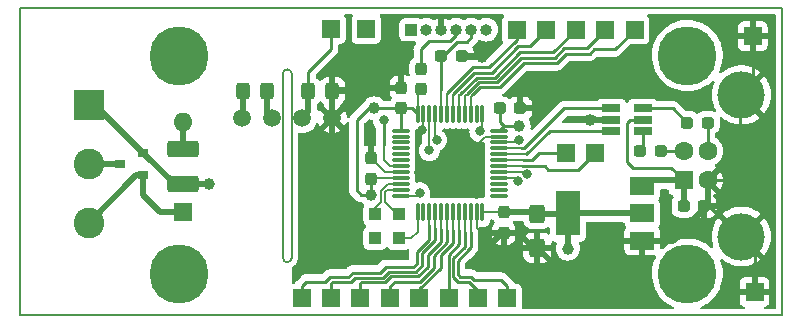
<source format=gbr>
G04 #@! TF.GenerationSoftware,KiCad,Pcbnew,6.0.5*
G04 #@! TF.CreationDate,2022-09-23T16:59:50+03:00*
G04 #@! TF.ProjectId,stm32,73746d33-322e-46b6-9963-61645f706362,rev?*
G04 #@! TF.SameCoordinates,Original*
G04 #@! TF.FileFunction,Copper,L1,Top*
G04 #@! TF.FilePolarity,Positive*
%FSLAX46Y46*%
G04 Gerber Fmt 4.6, Leading zero omitted, Abs format (unit mm)*
G04 Created by KiCad (PCBNEW 6.0.5) date 2022-09-23 16:59:50*
%MOMM*%
%LPD*%
G01*
G04 APERTURE LIST*
G04 Aperture macros list*
%AMRoundRect*
0 Rectangle with rounded corners*
0 $1 Rounding radius*
0 $2 $3 $4 $5 $6 $7 $8 $9 X,Y pos of 4 corners*
0 Add a 4 corners polygon primitive as box body*
4,1,4,$2,$3,$4,$5,$6,$7,$8,$9,$2,$3,0*
0 Add four circle primitives for the rounded corners*
1,1,$1+$1,$2,$3*
1,1,$1+$1,$4,$5*
1,1,$1+$1,$6,$7*
1,1,$1+$1,$8,$9*
0 Add four rect primitives between the rounded corners*
20,1,$1+$1,$2,$3,$4,$5,0*
20,1,$1+$1,$4,$5,$6,$7,0*
20,1,$1+$1,$6,$7,$8,$9,0*
20,1,$1+$1,$8,$9,$2,$3,0*%
G04 Aperture macros list end*
G04 #@! TA.AperFunction,Profile*
%ADD10C,0.150000*%
G04 #@! TD*
G04 #@! TA.AperFunction,ComponentPad*
%ADD11R,1.500000X1.500000*%
G04 #@! TD*
G04 #@! TA.AperFunction,ComponentPad*
%ADD12R,1.000000X1.000000*%
G04 #@! TD*
G04 #@! TA.AperFunction,ComponentPad*
%ADD13R,1.600000X1.600000*%
G04 #@! TD*
G04 #@! TA.AperFunction,ComponentPad*
%ADD14C,1.600000*%
G04 #@! TD*
G04 #@! TA.AperFunction,ComponentPad*
%ADD15C,4.000000*%
G04 #@! TD*
G04 #@! TA.AperFunction,ComponentPad*
%ADD16O,1.000000X1.000000*%
G04 #@! TD*
G04 #@! TA.AperFunction,SMDPad,CuDef*
%ADD17R,1.560000X0.650000*%
G04 #@! TD*
G04 #@! TA.AperFunction,SMDPad,CuDef*
%ADD18R,2.000000X1.500000*%
G04 #@! TD*
G04 #@! TA.AperFunction,SMDPad,CuDef*
%ADD19R,2.000000X3.800000*%
G04 #@! TD*
G04 #@! TA.AperFunction,SMDPad,CuDef*
%ADD20RoundRect,0.250000X-0.325000X-0.450000X0.325000X-0.450000X0.325000X0.450000X-0.325000X0.450000X0*%
G04 #@! TD*
G04 #@! TA.AperFunction,SMDPad,CuDef*
%ADD21RoundRect,0.237500X-0.287500X-0.237500X0.287500X-0.237500X0.287500X0.237500X-0.287500X0.237500X0*%
G04 #@! TD*
G04 #@! TA.AperFunction,SMDPad,CuDef*
%ADD22RoundRect,0.250000X-0.425000X0.537500X-0.425000X-0.537500X0.425000X-0.537500X0.425000X0.537500X0*%
G04 #@! TD*
G04 #@! TA.AperFunction,SMDPad,CuDef*
%ADD23RoundRect,0.237500X-0.237500X0.287500X-0.237500X-0.287500X0.237500X-0.287500X0.237500X0.287500X0*%
G04 #@! TD*
G04 #@! TA.AperFunction,SMDPad,CuDef*
%ADD24RoundRect,0.237500X0.287500X0.237500X-0.287500X0.237500X-0.287500X-0.237500X0.287500X-0.237500X0*%
G04 #@! TD*
G04 #@! TA.AperFunction,SMDPad,CuDef*
%ADD25RoundRect,0.237500X0.237500X-0.287500X0.237500X0.287500X-0.237500X0.287500X-0.237500X-0.287500X0*%
G04 #@! TD*
G04 #@! TA.AperFunction,SMDPad,CuDef*
%ADD26R,0.900000X0.800000*%
G04 #@! TD*
G04 #@! TA.AperFunction,ComponentPad*
%ADD27C,2.600000*%
G04 #@! TD*
G04 #@! TA.AperFunction,ComponentPad*
%ADD28R,2.600000X2.600000*%
G04 #@! TD*
G04 #@! TA.AperFunction,ComponentPad*
%ADD29C,5.000000*%
G04 #@! TD*
G04 #@! TA.AperFunction,ComponentPad*
%ADD30C,1.500000*%
G04 #@! TD*
G04 #@! TA.AperFunction,SMDPad,CuDef*
%ADD31RoundRect,0.250001X-1.074999X0.462499X-1.074999X-0.462499X1.074999X-0.462499X1.074999X0.462499X0*%
G04 #@! TD*
G04 #@! TA.AperFunction,ComponentPad*
%ADD32O,1.600000X1.600000*%
G04 #@! TD*
G04 #@! TA.AperFunction,SMDPad,CuDef*
%ADD33RoundRect,0.075000X-0.662500X-0.075000X0.662500X-0.075000X0.662500X0.075000X-0.662500X0.075000X0*%
G04 #@! TD*
G04 #@! TA.AperFunction,SMDPad,CuDef*
%ADD34RoundRect,0.075000X-0.075000X-0.662500X0.075000X-0.662500X0.075000X0.662500X-0.075000X0.662500X0*%
G04 #@! TD*
G04 #@! TA.AperFunction,ViaPad*
%ADD35C,1.000000*%
G04 #@! TD*
G04 #@! TA.AperFunction,ViaPad*
%ADD36C,0.800000*%
G04 #@! TD*
G04 #@! TA.AperFunction,Conductor*
%ADD37C,0.200000*%
G04 #@! TD*
G04 #@! TA.AperFunction,Conductor*
%ADD38C,0.500000*%
G04 #@! TD*
G04 #@! TA.AperFunction,Conductor*
%ADD39C,0.250000*%
G04 #@! TD*
G04 APERTURE END LIST*
D10*
X61000000Y-75500000D02*
X125500000Y-75500000D01*
X61000000Y-49500000D02*
X61000000Y-75500000D01*
X125500000Y-50000000D02*
X125500000Y-49500000D01*
X61000000Y-49500000D02*
X125500000Y-49500000D01*
X84010500Y-55054500D02*
G75*
G03*
X83248500Y-55054500I-381000J0D01*
G01*
X83248500Y-70612000D02*
G75*
G03*
X84010500Y-70612000I381000J0D01*
G01*
X84010500Y-55054500D02*
X84010500Y-70612000D01*
X83248500Y-55054500D02*
X83248500Y-70612000D01*
X125500000Y-75500000D02*
X125500000Y-50000000D01*
D11*
X102260400Y-74066400D03*
X99771200Y-74066400D03*
D12*
X93065600Y-68935600D03*
X91084400Y-68935600D03*
X93065600Y-66954400D03*
X91084400Y-66954400D03*
D11*
X87325200Y-51257200D03*
X90322400Y-51257200D03*
X123037600Y-51866800D03*
X123190000Y-73507600D03*
D13*
X117221000Y-64071500D03*
D14*
X117221000Y-61571500D03*
X119221000Y-61571500D03*
X119221000Y-64071500D03*
D15*
X122081000Y-56821500D03*
X122081000Y-68821500D03*
D12*
X94132400Y-51308000D03*
D16*
X95402400Y-51308000D03*
X96672400Y-51308000D03*
X97942400Y-51308000D03*
X99212400Y-51308000D03*
X100482400Y-51308000D03*
D11*
X113030000Y-51308000D03*
X97282000Y-74066400D03*
X108051600Y-51308000D03*
X110540800Y-51308000D03*
X94792800Y-74066400D03*
X92303600Y-74066400D03*
X103076000Y-51308000D03*
X105562400Y-51308000D03*
X107188000Y-61772800D03*
X109677200Y-61772800D03*
X89814400Y-74066400D03*
X87325200Y-74066400D03*
X84836000Y-74066400D03*
D17*
X113741200Y-59878000D03*
X113741200Y-58928000D03*
X113741200Y-57978000D03*
X111041200Y-57978000D03*
X111041200Y-58928000D03*
X111041200Y-59878000D03*
D18*
X113690400Y-69166800D03*
X113690400Y-64566800D03*
X113690400Y-66866800D03*
D19*
X107390400Y-66866800D03*
D20*
X81915000Y-56515000D03*
X79865000Y-56515000D03*
X87457500Y-56515000D03*
X85407500Y-56515000D03*
D21*
X118945600Y-66243200D03*
X117195600Y-66243200D03*
D22*
X104800400Y-66903600D03*
X104800400Y-69778600D03*
D23*
X93268800Y-57962800D03*
X93268800Y-56212800D03*
D24*
X101600000Y-57962800D03*
X103350000Y-57962800D03*
D25*
X101955600Y-66751200D03*
X101955600Y-68501200D03*
D23*
X90728800Y-62167800D03*
X90728800Y-63917800D03*
D26*
X71437500Y-63622000D03*
X71437500Y-61722000D03*
X69437500Y-62672000D03*
D27*
X66802000Y-67658000D03*
X66802000Y-62658000D03*
D28*
X66802000Y-57658000D03*
D29*
X74500000Y-53500000D03*
X117500000Y-53500000D03*
X117500000Y-72000000D03*
X74500000Y-72000000D03*
D30*
X87439500Y-58801000D03*
X84899500Y-58801000D03*
X82359500Y-58801000D03*
X79819500Y-58801000D03*
D31*
X74828400Y-61417200D03*
X74828400Y-64392200D03*
D24*
X115276600Y-61569600D03*
X113526600Y-61569600D03*
X117477600Y-59182000D03*
X119227600Y-59182000D03*
X98411000Y-53543200D03*
X96661000Y-53543200D03*
D25*
X94945200Y-54610000D03*
X94945200Y-56360000D03*
D13*
X74828400Y-66751200D03*
D32*
X74828400Y-59131200D03*
D33*
X93246500Y-59861000D03*
X93246500Y-60361000D03*
X93246500Y-60861000D03*
X93246500Y-61361000D03*
X93246500Y-61861000D03*
X93246500Y-62361000D03*
X93246500Y-62861000D03*
X93246500Y-63361000D03*
X93246500Y-63861000D03*
X93246500Y-64361000D03*
X93246500Y-64861000D03*
X93246500Y-65361000D03*
D34*
X94659000Y-66773500D03*
X95159000Y-66773500D03*
X95659000Y-66773500D03*
X96159000Y-66773500D03*
X96659000Y-66773500D03*
X97159000Y-66773500D03*
X97659000Y-66773500D03*
X98159000Y-66773500D03*
X98659000Y-66773500D03*
X99159000Y-66773500D03*
X99659000Y-66773500D03*
X100159000Y-66773500D03*
D33*
X101571500Y-65361000D03*
X101571500Y-64861000D03*
X101571500Y-64361000D03*
X101571500Y-63861000D03*
X101571500Y-63361000D03*
X101571500Y-62861000D03*
X101571500Y-62361000D03*
X101571500Y-61861000D03*
X101571500Y-61361000D03*
X101571500Y-60861000D03*
X101571500Y-60361000D03*
X101571500Y-59861000D03*
D34*
X100159000Y-58448500D03*
X99659000Y-58448500D03*
X99159000Y-58448500D03*
X98659000Y-58448500D03*
X98159000Y-58448500D03*
X97659000Y-58448500D03*
X97159000Y-58448500D03*
X96659000Y-58448500D03*
X96159000Y-58448500D03*
X95659000Y-58448500D03*
X95159000Y-58448500D03*
X94659000Y-58448500D03*
D35*
X100279200Y-70027800D03*
D36*
X103174800Y-64109600D03*
X103936800Y-63550800D03*
X94843600Y-65125600D03*
D35*
X90982800Y-57962800D03*
D36*
X99957486Y-59926180D03*
D35*
X100126800Y-53594000D03*
X104698800Y-57962800D03*
X99669600Y-61569600D03*
X88138000Y-70002400D03*
D36*
X90525600Y-59994800D03*
X91795600Y-58978800D03*
X103225600Y-60655200D03*
X96266000Y-60655200D03*
X95656400Y-61518800D03*
X94996000Y-59817000D03*
D35*
X103225600Y-59486800D03*
X90728800Y-65278000D03*
X107391200Y-69850000D03*
X77012800Y-64363600D03*
X109220000Y-58978800D03*
D37*
X95159000Y-58448500D02*
X95159000Y-59654000D01*
X95159000Y-59654000D02*
X94996000Y-59817000D01*
D38*
X101805800Y-68501200D02*
X100279200Y-70027800D01*
X101955600Y-68501200D02*
X101805800Y-68501200D01*
X113690400Y-70764400D02*
X112369600Y-72085200D01*
X113690400Y-69166800D02*
X113690400Y-70764400D01*
X112369600Y-72085200D02*
X107107000Y-72085200D01*
X107107000Y-72085200D02*
X104800400Y-69778600D01*
D37*
X102926200Y-63861000D02*
X103174800Y-64109600D01*
X101571500Y-63861000D02*
X102926200Y-63861000D01*
X103747000Y-63361000D02*
X103936800Y-63550800D01*
X101571500Y-63361000D02*
X103747000Y-63361000D01*
D39*
X98044000Y-70866000D02*
X99034600Y-69875400D01*
X99159000Y-68425000D02*
X99159000Y-69751000D01*
X99159000Y-69751000D02*
X99034600Y-69875400D01*
X102260400Y-74066400D02*
X102260400Y-72999600D01*
X98044000Y-72034400D02*
X98044000Y-70866000D01*
X102260400Y-72999600D02*
X101752400Y-72491600D01*
X101752400Y-72491600D02*
X99466400Y-72491600D01*
X98247200Y-72237600D02*
X98044000Y-72034400D01*
X99466400Y-72491600D02*
X99212400Y-72237600D01*
X99212400Y-72237600D02*
X98247200Y-72237600D01*
X98659000Y-68473000D02*
X98659000Y-69692200D01*
X98659000Y-69692200D02*
X97688400Y-70662800D01*
X97688400Y-70662800D02*
X97688400Y-72237600D01*
X97688400Y-72237600D02*
X98094800Y-72644000D01*
X98094800Y-72644000D02*
X99009200Y-72644000D01*
X99009200Y-72644000D02*
X99771200Y-73406000D01*
X99771200Y-73406000D02*
X99771200Y-74066400D01*
D37*
X99159000Y-66773500D02*
X99159000Y-68425000D01*
X98659000Y-66773500D02*
X98659000Y-68473000D01*
X93246500Y-65361000D02*
X94608200Y-65361000D01*
X94608200Y-65361000D02*
X94843600Y-65125600D01*
X94659000Y-66773500D02*
X94659000Y-68409000D01*
X94659000Y-68409000D02*
X94132400Y-68935600D01*
X94132400Y-68935600D02*
X93065600Y-68935600D01*
X91897200Y-65074800D02*
X91897200Y-65938400D01*
X93246500Y-64861000D02*
X92111000Y-64861000D01*
X92111000Y-64861000D02*
X91897200Y-65074800D01*
X91897200Y-65938400D02*
X92913200Y-66954400D01*
X92913200Y-66954400D02*
X93065600Y-66954400D01*
X91541600Y-65938400D02*
X91084400Y-66395600D01*
X91084400Y-66395600D02*
X91084400Y-66954400D01*
X93246500Y-64361000D02*
X92153800Y-64361000D01*
X92153800Y-64361000D02*
X91541600Y-64973200D01*
X91541600Y-64973200D02*
X91541600Y-65938400D01*
D39*
X90982800Y-57962800D02*
X90525600Y-57962800D01*
X90525600Y-57962800D02*
X89509600Y-58978800D01*
X89509600Y-58978800D02*
X89509600Y-64922400D01*
X89509600Y-64922400D02*
X89865200Y-65278000D01*
X89865200Y-65278000D02*
X90728800Y-65278000D01*
X90728800Y-65278000D02*
X90728800Y-63917800D01*
X90728800Y-62167800D02*
X90728800Y-60198000D01*
X90728800Y-60198000D02*
X90525600Y-59994800D01*
D37*
X93246500Y-63861000D02*
X90785600Y-63861000D01*
X90785600Y-63861000D02*
X90728800Y-63917800D01*
X93246500Y-63361000D02*
X91922000Y-63361000D01*
X91922000Y-63361000D02*
X90728800Y-62167800D01*
D39*
X85407500Y-56515000D02*
X85407500Y-54851300D01*
X85407500Y-54851300D02*
X87325200Y-52933600D01*
X87325200Y-52933600D02*
X87325200Y-51257200D01*
X93268800Y-57962800D02*
X90982800Y-57962800D01*
X123037600Y-51866800D02*
X123037600Y-55864900D01*
X123037600Y-55864900D02*
X122081000Y-56821500D01*
X123190000Y-73507600D02*
X123190000Y-69930500D01*
X123190000Y-69930500D02*
X122081000Y-68821500D01*
X86817200Y-72644000D02*
X85242400Y-72644000D01*
X84836000Y-73050400D02*
X84836000Y-74066400D01*
X85242400Y-72644000D02*
X84836000Y-73050400D01*
X88798400Y-72237600D02*
X87223600Y-72237600D01*
X87223600Y-72237600D02*
X86817200Y-72644000D01*
X91490800Y-71882000D02*
X89154000Y-71882000D01*
X89154000Y-71882000D02*
X88798400Y-72237600D01*
X95659000Y-67866200D02*
X95656400Y-67868800D01*
X94589600Y-71120000D02*
X94284800Y-71424800D01*
X95656400Y-67868800D02*
X95656400Y-69088000D01*
X95656400Y-69088000D02*
X94589600Y-70154800D01*
X94589600Y-70154800D02*
X94589600Y-71120000D01*
X94284800Y-71424800D02*
X91948000Y-71424800D01*
X91948000Y-71424800D02*
X91490800Y-71882000D01*
X96159000Y-68077400D02*
X96159000Y-69144200D01*
X96159000Y-69144200D02*
X95046800Y-70256400D01*
X95046800Y-70256400D02*
X95046800Y-71272400D01*
X92252800Y-71831200D02*
X91744800Y-72339200D01*
X95046800Y-71272400D02*
X94488000Y-71831200D01*
X94488000Y-71831200D02*
X92252800Y-71831200D01*
X91744800Y-72339200D02*
X89357200Y-72339200D01*
X89357200Y-72339200D02*
X89052400Y-72644000D01*
X89052400Y-72644000D02*
X87477600Y-72644000D01*
X87477600Y-72644000D02*
X87325200Y-72796400D01*
X87325200Y-72796400D02*
X87325200Y-74066400D01*
X96659000Y-68187000D02*
X96659000Y-69253800D01*
X96659000Y-69253800D02*
X95504000Y-70408800D01*
X95504000Y-70408800D02*
X95504000Y-71374000D01*
X95504000Y-71374000D02*
X94691200Y-72186800D01*
X94691200Y-72186800D02*
X92405200Y-72186800D01*
X92405200Y-72186800D02*
X91897200Y-72694800D01*
X91897200Y-72694800D02*
X89916000Y-72694800D01*
X89916000Y-72694800D02*
X89814400Y-72796400D01*
X89814400Y-72796400D02*
X89814400Y-74066400D01*
X97159000Y-68245800D02*
X97180400Y-68267200D01*
X97180400Y-68267200D02*
X97180400Y-69291200D01*
X97180400Y-69291200D02*
X96012000Y-70459600D01*
X96012000Y-70459600D02*
X96012000Y-71475600D01*
X96012000Y-71475600D02*
X94843600Y-72644000D01*
X94843600Y-72644000D02*
X92710000Y-72644000D01*
X92710000Y-72644000D02*
X92303600Y-73050400D01*
X92303600Y-73050400D02*
X92303600Y-74066400D01*
X97659000Y-68304600D02*
X97659000Y-69371400D01*
X96621600Y-71475600D02*
X94792800Y-73304400D01*
X97659000Y-69371400D02*
X96621600Y-70408800D01*
X96621600Y-70408800D02*
X96621600Y-71475600D01*
X94792800Y-73304400D02*
X94792800Y-74066400D01*
X97282000Y-74066400D02*
X97282000Y-70358000D01*
X97282000Y-70358000D02*
X98159000Y-69481000D01*
X98159000Y-69481000D02*
X98159000Y-68312600D01*
D37*
X96159000Y-66773500D02*
X96159000Y-68077400D01*
X96659000Y-66773500D02*
X96659000Y-68187000D01*
X97159000Y-66773500D02*
X97159000Y-68245800D01*
X98159000Y-66773500D02*
X98159000Y-68312600D01*
X97659000Y-66773500D02*
X97659000Y-68304600D01*
X95659000Y-66773500D02*
X95659000Y-67866200D01*
D39*
X103501000Y-62861000D02*
X105431400Y-62861000D01*
X105740200Y-63169800D02*
X108280200Y-63169800D01*
X105431400Y-62861000D02*
X105740200Y-63169800D01*
X108280200Y-63169800D02*
X109677200Y-61772800D01*
X103551800Y-62361000D02*
X104313800Y-62361000D01*
X104313800Y-62361000D02*
X104902000Y-61772800D01*
X104902000Y-61772800D02*
X107188000Y-61772800D01*
D37*
X101571500Y-62861000D02*
X103501000Y-62861000D01*
X101571500Y-62361000D02*
X103551800Y-62361000D01*
D39*
X103383400Y-61361000D02*
X103688200Y-61361000D01*
X103688200Y-61361000D02*
X107071200Y-57978000D01*
X107071200Y-57978000D02*
X111041200Y-57978000D01*
X111041200Y-59878000D02*
X105855600Y-59878000D01*
X105855600Y-59878000D02*
X103872600Y-61861000D01*
D37*
X101571500Y-61361000D02*
X103383400Y-61361000D01*
D38*
X104800400Y-69778600D02*
X104475000Y-69778600D01*
X104475000Y-69778600D02*
X103174800Y-68478400D01*
X101955600Y-68501200D02*
X103152000Y-68501200D01*
X103152000Y-68501200D02*
X103174800Y-68478400D01*
D39*
X101600000Y-56184800D02*
X100330000Y-56184800D01*
X99364800Y-56794400D02*
X99974400Y-56184800D01*
X99974400Y-56184800D02*
X100330000Y-56184800D01*
X103632000Y-54152800D02*
X101600000Y-56184800D01*
X113030000Y-51308000D02*
X111353600Y-52984400D01*
X106426000Y-54152800D02*
X103632000Y-54152800D01*
X111353600Y-52984400D02*
X109575600Y-52984400D01*
X109575600Y-52984400D02*
X109220000Y-53340000D01*
X109220000Y-53340000D02*
X107238800Y-53340000D01*
X107238800Y-53340000D02*
X106426000Y-54152800D01*
X98806000Y-56794400D02*
X99822000Y-55778400D01*
X101346000Y-55778400D02*
X99822000Y-55778400D01*
X103428800Y-53695600D02*
X101346000Y-55778400D01*
X107086400Y-52882800D02*
X106273600Y-53695600D01*
X106273600Y-53695600D02*
X103428800Y-53695600D01*
X108966000Y-52882800D02*
X107086400Y-52882800D01*
X110540800Y-51308000D02*
X108966000Y-52882800D01*
X99669600Y-55372000D02*
X101041200Y-55372000D01*
X103327200Y-53238400D02*
X101193600Y-55372000D01*
X101193600Y-55372000D02*
X101041200Y-55372000D01*
X108051600Y-51308000D02*
X106121200Y-53238400D01*
X106121200Y-53238400D02*
X103327200Y-53238400D01*
X99466400Y-54965600D02*
X100939600Y-54965600D01*
X105562400Y-51308000D02*
X104140000Y-52730400D01*
X104140000Y-52730400D02*
X103174800Y-52730400D01*
X103174800Y-52730400D02*
X100939600Y-54965600D01*
X98247200Y-56794400D02*
X99669600Y-55372000D01*
D37*
X99159000Y-58448500D02*
X99159000Y-57000200D01*
X99159000Y-57000200D02*
X99364800Y-56794400D01*
X98659000Y-58448500D02*
X98659000Y-56941400D01*
X98659000Y-56941400D02*
X98806000Y-56794400D01*
X98159000Y-58448500D02*
X98159000Y-56882600D01*
X98159000Y-56882600D02*
X98247200Y-56794400D01*
X100159000Y-59724666D02*
X99957486Y-59926180D01*
X100159000Y-58448500D02*
X100159000Y-59724666D01*
X101571500Y-60361000D02*
X100370200Y-60361000D01*
X100370200Y-60361000D02*
X99669600Y-61061600D01*
X99669600Y-61061600D02*
X99669600Y-61569600D01*
D39*
X97659000Y-56773000D02*
X99466400Y-54965600D01*
X99314000Y-54508400D02*
X100736400Y-54508400D01*
X97159000Y-56663400D02*
X99314000Y-54508400D01*
X100736400Y-54508400D02*
X103076000Y-52168800D01*
X103076000Y-52168800D02*
X103076000Y-51308000D01*
D37*
X97659000Y-58448500D02*
X97659000Y-56773000D01*
X97159000Y-58448500D02*
X97159000Y-56663400D01*
D38*
X98461800Y-53594000D02*
X98411000Y-53543200D01*
X100126800Y-53594000D02*
X98461800Y-53594000D01*
X103350000Y-57962800D02*
X104698800Y-57962800D01*
D39*
X99212400Y-51308000D02*
X99212400Y-51968400D01*
X99212400Y-51968400D02*
X98856800Y-52324000D01*
X98856800Y-52324000D02*
X97993200Y-52324000D01*
X97993200Y-52324000D02*
X96774000Y-53543200D01*
X96774000Y-53543200D02*
X96661000Y-53543200D01*
X96661000Y-53543200D02*
X96661000Y-53199000D01*
X96661000Y-53543200D02*
X96661000Y-56374000D01*
X96661000Y-56374000D02*
X96675000Y-56388000D01*
X97942400Y-51308000D02*
X97942400Y-51765200D01*
X97942400Y-51765200D02*
X97434400Y-52273200D01*
X97434400Y-52273200D02*
X95656400Y-52273200D01*
X95656400Y-52273200D02*
X94945200Y-52984400D01*
X94945200Y-52984400D02*
X94945200Y-54610000D01*
D38*
X110300800Y-66866800D02*
X107390400Y-66866800D01*
X111469200Y-66866800D02*
X110300800Y-66866800D01*
X88138000Y-70002400D02*
X87439500Y-69303900D01*
X87439500Y-69303900D02*
X87439500Y-58801000D01*
D39*
X93268800Y-56212800D02*
X87759700Y-56212800D01*
X87759700Y-56212800D02*
X87457500Y-56515000D01*
X91846400Y-61112400D02*
X91795600Y-61061600D01*
X91795600Y-61061600D02*
X91795600Y-58978800D01*
D37*
X91846400Y-62382400D02*
X91846400Y-61112400D01*
X93246500Y-62861000D02*
X92325000Y-62861000D01*
X92325000Y-62861000D02*
X91846400Y-62382400D01*
X103019800Y-60861000D02*
X103225600Y-60655200D01*
X101571500Y-60861000D02*
X103019800Y-60861000D01*
X96159000Y-60548200D02*
X96266000Y-60655200D01*
X96159000Y-58448500D02*
X96159000Y-60548200D01*
X95659000Y-61516200D02*
X95656400Y-61518800D01*
X95659000Y-58448500D02*
X95659000Y-61516200D01*
D39*
X101600000Y-57962800D02*
X101600000Y-59141100D01*
X101600000Y-59141100D02*
X101945700Y-59486800D01*
X103225600Y-59486800D02*
X101945700Y-59486800D01*
X101945700Y-59486800D02*
X101571500Y-59861000D01*
D37*
X96675000Y-56388000D02*
X96675000Y-58432500D01*
X96675000Y-58432500D02*
X96659000Y-58448500D01*
D39*
X93268800Y-57962800D02*
X94173300Y-57962800D01*
X94173300Y-57962800D02*
X94659000Y-58448500D01*
X93268800Y-57962800D02*
X93268800Y-59838700D01*
X93268800Y-59838700D02*
X93246500Y-59861000D01*
D38*
X107390400Y-66866800D02*
X107390400Y-69849200D01*
X107390400Y-69849200D02*
X107391200Y-69850000D01*
X71437500Y-63622000D02*
X71437500Y-65341500D01*
X71437500Y-65341500D02*
X72847200Y-66751200D01*
X72847200Y-66751200D02*
X74828400Y-66751200D01*
X74828400Y-59131200D02*
X74828400Y-61417200D01*
X74828400Y-64392200D02*
X74107700Y-64392200D01*
X74107700Y-64392200D02*
X71437500Y-61722000D01*
X77012800Y-64363600D02*
X74857000Y-64363600D01*
X74857000Y-64363600D02*
X74828400Y-64392200D01*
X71437500Y-63622000D02*
X70838000Y-63622000D01*
X70838000Y-63622000D02*
X66802000Y-67658000D01*
X66802000Y-62658000D02*
X69423500Y-62658000D01*
X69423500Y-62658000D02*
X69437500Y-62672000D01*
X66802000Y-57658000D02*
X67373500Y-57658000D01*
X67373500Y-57658000D02*
X71437500Y-61722000D01*
X79865000Y-56515000D02*
X79865000Y-58755500D01*
X79865000Y-58755500D02*
X79819500Y-58801000D01*
X81915000Y-56515000D02*
X81915000Y-58356500D01*
X81915000Y-58356500D02*
X82359500Y-58801000D01*
X87457500Y-56515000D02*
X87457500Y-58783000D01*
X87457500Y-58783000D02*
X87439500Y-58801000D01*
X85407500Y-56515000D02*
X85407500Y-58293000D01*
X85407500Y-58293000D02*
X84899500Y-58801000D01*
D37*
X94659000Y-58448500D02*
X94659000Y-56646200D01*
X94659000Y-56646200D02*
X94945200Y-56360000D01*
D38*
X109270800Y-58928000D02*
X109220000Y-58978800D01*
X111041200Y-58928000D02*
X109270800Y-58928000D01*
D37*
X101571500Y-61861000D02*
X103872600Y-61861000D01*
X103872600Y-61861000D02*
X103886000Y-61874400D01*
D39*
X113741200Y-57978000D02*
X116273600Y-57978000D01*
X116273600Y-57978000D02*
X117477600Y-59182000D01*
X113741200Y-59878000D02*
X113741200Y-61355000D01*
X113741200Y-61355000D02*
X113526600Y-61569600D01*
X117221000Y-61571500D02*
X115278500Y-61571500D01*
X115278500Y-61571500D02*
X115276600Y-61569600D01*
X119221000Y-61571500D02*
X119221000Y-59188600D01*
X119221000Y-59188600D02*
X119227600Y-59182000D01*
X119221000Y-64071500D02*
X120891300Y-64071500D01*
X120891300Y-64071500D02*
X121931000Y-63031800D01*
X121931000Y-63031800D02*
X121931000Y-56801500D01*
X118945600Y-66243200D02*
X119332700Y-66243200D01*
X119332700Y-66243200D02*
X121931000Y-68841500D01*
D38*
X113690400Y-69166800D02*
X116253200Y-69166800D01*
X116253200Y-69166800D02*
X118945600Y-66474400D01*
X118945600Y-66474400D02*
X118945600Y-66243200D01*
D37*
X99659000Y-66773500D02*
X99659000Y-68061400D01*
X99659000Y-68061400D02*
X100098800Y-68501200D01*
X100098800Y-68501200D02*
X101955600Y-68501200D01*
X100159000Y-66773500D02*
X101933300Y-66773500D01*
X101933300Y-66773500D02*
X101955600Y-66751200D01*
D38*
X101955600Y-66751200D02*
X104648000Y-66751200D01*
X104648000Y-66751200D02*
X104800400Y-66903600D01*
X104800400Y-66903600D02*
X107353600Y-66903600D01*
X107353600Y-66903600D02*
X107390400Y-66866800D01*
X113690400Y-66866800D02*
X111469200Y-66866800D01*
X117221000Y-64071500D02*
X117221000Y-66217800D01*
X117221000Y-66217800D02*
X117195600Y-66243200D01*
X119221000Y-64071500D02*
X119221000Y-65967800D01*
X119221000Y-65967800D02*
X118945600Y-66243200D01*
X117221000Y-64071500D02*
X114185700Y-64071500D01*
X114185700Y-64071500D02*
X113690400Y-64566800D01*
D39*
X113741200Y-58928000D02*
X112623600Y-58928000D01*
X116141500Y-62992000D02*
X117221000Y-64071500D01*
X112623600Y-58928000D02*
X112369600Y-59182000D01*
X112369600Y-62484000D02*
X112877600Y-62992000D01*
X112369600Y-59182000D02*
X112369600Y-62484000D01*
X112877600Y-62992000D02*
X116141500Y-62992000D01*
G04 #@! TA.AperFunction,Conductor*
G36*
X124941621Y-50020502D02*
G01*
X124988114Y-50074158D01*
X124999500Y-50126500D01*
X124999500Y-74873500D01*
X124979498Y-74941621D01*
X124925842Y-74988114D01*
X124873500Y-74999500D01*
X124103330Y-74999500D01*
X124035209Y-74979498D01*
X123988716Y-74925842D01*
X123978612Y-74855568D01*
X124008106Y-74790988D01*
X124059100Y-74755518D01*
X124178054Y-74710924D01*
X124193649Y-74702386D01*
X124295724Y-74625885D01*
X124308285Y-74613324D01*
X124384786Y-74511249D01*
X124393324Y-74495654D01*
X124438478Y-74375206D01*
X124442105Y-74359951D01*
X124447631Y-74309086D01*
X124448000Y-74302272D01*
X124448000Y-73779715D01*
X124443525Y-73764476D01*
X124442135Y-73763271D01*
X124434452Y-73761600D01*
X121950116Y-73761600D01*
X121934877Y-73766075D01*
X121933672Y-73767465D01*
X121932001Y-73775148D01*
X121932001Y-74302269D01*
X121932371Y-74309090D01*
X121937895Y-74359952D01*
X121941521Y-74375204D01*
X121986676Y-74495654D01*
X121995214Y-74511249D01*
X122071715Y-74613324D01*
X122084276Y-74625885D01*
X122186351Y-74702386D01*
X122201946Y-74710924D01*
X122320900Y-74755518D01*
X122377664Y-74798160D01*
X122402364Y-74864721D01*
X122387157Y-74934070D01*
X122336871Y-74984188D01*
X122276670Y-74999500D01*
X118732609Y-74999500D01*
X118664488Y-74979498D01*
X118617995Y-74925842D01*
X118607891Y-74855568D01*
X118637385Y-74790988D01*
X118681962Y-74758128D01*
X118864507Y-74677996D01*
X119108225Y-74535579D01*
X119160125Y-74505251D01*
X119160127Y-74505250D01*
X119163265Y-74503416D01*
X119334025Y-74375206D01*
X119437071Y-74297837D01*
X119437075Y-74297834D01*
X119439978Y-74295654D01*
X119690977Y-74057465D01*
X119912936Y-73792005D01*
X119931811Y-73763271D01*
X120100926Y-73505818D01*
X120100931Y-73505809D01*
X120102913Y-73502792D01*
X120227856Y-73254372D01*
X120237355Y-73235485D01*
X121932000Y-73235485D01*
X121936475Y-73250724D01*
X121937865Y-73251929D01*
X121945548Y-73253600D01*
X122917885Y-73253600D01*
X122933124Y-73249125D01*
X122934329Y-73247735D01*
X122936000Y-73240052D01*
X122936000Y-73235485D01*
X123444000Y-73235485D01*
X123448475Y-73250724D01*
X123449865Y-73251929D01*
X123457548Y-73253600D01*
X124429884Y-73253600D01*
X124445123Y-73249125D01*
X124446328Y-73247735D01*
X124447999Y-73240052D01*
X124447999Y-72712931D01*
X124447629Y-72706110D01*
X124442105Y-72655248D01*
X124438479Y-72639996D01*
X124393324Y-72519546D01*
X124384786Y-72503951D01*
X124308285Y-72401876D01*
X124295724Y-72389315D01*
X124193649Y-72312814D01*
X124178054Y-72304276D01*
X124057606Y-72259122D01*
X124042351Y-72255495D01*
X123991486Y-72249969D01*
X123984672Y-72249600D01*
X123462115Y-72249600D01*
X123446876Y-72254075D01*
X123445671Y-72255465D01*
X123444000Y-72263148D01*
X123444000Y-73235485D01*
X122936000Y-73235485D01*
X122936000Y-72267716D01*
X122931525Y-72252477D01*
X122930135Y-72251272D01*
X122922452Y-72249601D01*
X122395331Y-72249601D01*
X122388510Y-72249971D01*
X122337648Y-72255495D01*
X122322396Y-72259121D01*
X122201946Y-72304276D01*
X122186351Y-72312814D01*
X122084276Y-72389315D01*
X122071715Y-72401876D01*
X121995214Y-72503951D01*
X121986676Y-72519546D01*
X121941522Y-72639994D01*
X121937895Y-72655249D01*
X121932369Y-72706114D01*
X121932000Y-72712928D01*
X121932000Y-73235485D01*
X120237355Y-73235485D01*
X120256763Y-73196898D01*
X120256766Y-73196890D01*
X120258390Y-73193662D01*
X120302335Y-73073576D01*
X120376057Y-72872122D01*
X120376060Y-72872112D01*
X120377305Y-72868710D01*
X120378150Y-72865188D01*
X120378153Y-72865180D01*
X120457237Y-72535772D01*
X120457238Y-72535768D01*
X120458084Y-72532243D01*
X120458521Y-72528633D01*
X120499318Y-72191501D01*
X120499318Y-72191495D01*
X120499654Y-72188722D01*
X120500561Y-72159883D01*
X120504988Y-72019004D01*
X120505585Y-72000000D01*
X120504524Y-71981595D01*
X120485875Y-71658167D01*
X120485874Y-71658162D01*
X120485666Y-71654547D01*
X120483137Y-71640058D01*
X120426798Y-71317245D01*
X120426796Y-71317238D01*
X120426174Y-71313672D01*
X120423127Y-71303383D01*
X120385773Y-71177281D01*
X120327897Y-70981894D01*
X120326476Y-70978562D01*
X120326470Y-70978546D01*
X120300297Y-70917186D01*
X120291968Y-70846679D01*
X120323081Y-70782863D01*
X120383756Y-70745998D01*
X120454730Y-70747789D01*
X120490255Y-70765815D01*
X120731281Y-70940930D01*
X120737961Y-70945170D01*
X121007572Y-71093390D01*
X121014707Y-71096747D01*
X121300770Y-71210008D01*
X121308296Y-71212453D01*
X121606279Y-71288962D01*
X121614050Y-71290445D01*
X121919278Y-71329003D01*
X121927169Y-71329500D01*
X122234831Y-71329500D01*
X122242722Y-71329003D01*
X122547950Y-71290445D01*
X122555721Y-71288962D01*
X122853704Y-71212453D01*
X122861230Y-71210008D01*
X123147293Y-71096747D01*
X123154428Y-71093390D01*
X123424039Y-70945170D01*
X123430719Y-70940930D01*
X123653823Y-70778836D01*
X123662246Y-70767913D01*
X123655342Y-70755052D01*
X121722922Y-68822632D01*
X122445408Y-68822632D01*
X122445539Y-68824465D01*
X122449790Y-68831080D01*
X124012145Y-70393435D01*
X124025407Y-70400677D01*
X124035512Y-70393488D01*
X124111505Y-70301629D01*
X124116149Y-70295236D01*
X124280999Y-70035474D01*
X124284811Y-70028541D01*
X124415801Y-69750172D01*
X124418716Y-69742809D01*
X124513783Y-69450223D01*
X124515754Y-69442546D01*
X124573400Y-69140355D01*
X124574393Y-69132494D01*
X124593710Y-68825458D01*
X124593710Y-68817542D01*
X124574393Y-68510506D01*
X124573400Y-68502645D01*
X124515754Y-68200454D01*
X124513783Y-68192776D01*
X124418716Y-67900191D01*
X124415801Y-67892828D01*
X124284811Y-67614459D01*
X124280999Y-67607526D01*
X124116149Y-67347764D01*
X124111505Y-67341371D01*
X124036503Y-67250710D01*
X124023986Y-67242255D01*
X124013248Y-67248462D01*
X122453022Y-68808688D01*
X122445408Y-68822632D01*
X121722922Y-68822632D01*
X120149855Y-67249565D01*
X120136593Y-67242323D01*
X120126488Y-67249512D01*
X120050495Y-67341371D01*
X120045851Y-67347764D01*
X119881001Y-67607526D01*
X119877189Y-67614459D01*
X119746199Y-67892828D01*
X119743284Y-67900191D01*
X119648217Y-68192776D01*
X119646246Y-68200454D01*
X119588600Y-68502645D01*
X119587607Y-68510506D01*
X119568290Y-68817542D01*
X119568290Y-68825458D01*
X119587607Y-69132494D01*
X119588600Y-69140355D01*
X119646246Y-69442546D01*
X119648217Y-69450223D01*
X119707352Y-69632222D01*
X119709380Y-69703189D01*
X119672717Y-69763987D01*
X119609005Y-69795313D01*
X119538471Y-69787220D01*
X119505689Y-69766969D01*
X119505041Y-69766415D01*
X119317174Y-69605962D01*
X119029967Y-69412967D01*
X118722482Y-69254261D01*
X118398793Y-69131950D01*
X118063190Y-69047652D01*
X117918981Y-69028667D01*
X117723728Y-69002961D01*
X117723720Y-69002960D01*
X117720124Y-69002487D01*
X117568991Y-69000112D01*
X117377780Y-68997108D01*
X117377776Y-68997108D01*
X117374139Y-68997051D01*
X117370524Y-68997412D01*
X117370520Y-68997412D01*
X117248176Y-69009624D01*
X117029823Y-69031419D01*
X117026286Y-69032190D01*
X117026281Y-69032191D01*
X116695283Y-69104360D01*
X116695278Y-69104361D01*
X116691739Y-69105133D01*
X116364367Y-69217217D01*
X116052048Y-69366186D01*
X115758921Y-69550064D01*
X115756087Y-69552334D01*
X115756082Y-69552338D01*
X115598702Y-69678424D01*
X115488871Y-69766415D01*
X115486318Y-69768995D01*
X115486309Y-69769003D01*
X115413961Y-69842113D01*
X115351828Y-69876465D01*
X115280987Y-69871771D01*
X115223929Y-69829522D01*
X115198770Y-69763133D01*
X115198400Y-69753486D01*
X115198400Y-69438915D01*
X115193925Y-69423676D01*
X115192535Y-69422471D01*
X115184852Y-69420800D01*
X113962515Y-69420800D01*
X113947276Y-69425275D01*
X113946071Y-69426665D01*
X113944400Y-69434348D01*
X113944400Y-70406684D01*
X113948875Y-70421923D01*
X113950265Y-70423128D01*
X113957948Y-70424799D01*
X114725675Y-70424799D01*
X114793796Y-70444801D01*
X114840289Y-70498457D01*
X114850393Y-70568731D01*
X114839962Y-70603850D01*
X114705478Y-70893570D01*
X114704338Y-70897017D01*
X114637656Y-71098646D01*
X114596828Y-71222097D01*
X114596092Y-71225652D01*
X114596091Y-71225655D01*
X114541553Y-71489008D01*
X114526658Y-71560935D01*
X114513289Y-71710727D01*
X114498241Y-71879344D01*
X114495898Y-71905592D01*
X114495993Y-71909222D01*
X114495993Y-71909223D01*
X114502893Y-72172724D01*
X114504956Y-72251501D01*
X114553712Y-72594076D01*
X114641519Y-72928777D01*
X114767214Y-73251167D01*
X114929130Y-73556974D01*
X114931180Y-73559957D01*
X114931182Y-73559960D01*
X115123065Y-73839152D01*
X115123071Y-73839159D01*
X115125122Y-73842144D01*
X115352592Y-74102898D01*
X115608524Y-74335778D01*
X115611472Y-74337896D01*
X115611474Y-74337898D01*
X115663391Y-74375204D01*
X115889527Y-74537699D01*
X116191876Y-74705985D01*
X116195225Y-74707372D01*
X116315257Y-74757091D01*
X116370538Y-74801639D01*
X116392959Y-74869003D01*
X116375401Y-74937794D01*
X116323439Y-74986172D01*
X116267039Y-74999500D01*
X103636373Y-74999500D01*
X103568252Y-74979498D01*
X103521759Y-74925842D01*
X103510575Y-74866770D01*
X103510900Y-74863777D01*
X103510899Y-73269024D01*
X103510530Y-73265624D01*
X103505105Y-73215678D01*
X103505104Y-73215674D01*
X103504251Y-73207820D01*
X103453926Y-73073576D01*
X103448546Y-73066397D01*
X103448544Y-73066394D01*
X103373328Y-72966035D01*
X103367946Y-72958854D01*
X103323129Y-72925265D01*
X103260406Y-72878256D01*
X103260403Y-72878254D01*
X103253224Y-72872874D01*
X103163839Y-72839366D01*
X103126375Y-72825321D01*
X103126373Y-72825321D01*
X103118980Y-72822549D01*
X103111130Y-72821696D01*
X103111129Y-72821696D01*
X103061174Y-72816269D01*
X103061173Y-72816269D01*
X103057777Y-72815900D01*
X102949561Y-72815900D01*
X102881440Y-72795898D01*
X102840865Y-72748117D01*
X102839017Y-72749210D01*
X102828901Y-72732104D01*
X102820205Y-72714352D01*
X102815806Y-72703243D01*
X102812886Y-72695868D01*
X102808225Y-72689453D01*
X102808223Y-72689449D01*
X102787273Y-72660613D01*
X102780757Y-72650694D01*
X102762606Y-72620002D01*
X102762602Y-72619997D01*
X102758570Y-72613179D01*
X102744517Y-72599126D01*
X102731676Y-72584092D01*
X102724654Y-72574427D01*
X102719994Y-72568013D01*
X102686416Y-72540235D01*
X102677636Y-72532245D01*
X102249642Y-72104251D01*
X102242253Y-72096131D01*
X102238186Y-72089723D01*
X102189193Y-72043715D01*
X102186351Y-72040960D01*
X102166871Y-72021480D01*
X102163741Y-72019052D01*
X102163659Y-72018980D01*
X102154751Y-72011371D01*
X102122982Y-71981538D01*
X102105567Y-71971964D01*
X102089038Y-71961107D01*
X102079600Y-71953786D01*
X102073336Y-71948927D01*
X102033342Y-71931620D01*
X102022682Y-71926398D01*
X102017441Y-71923517D01*
X101984492Y-71905403D01*
X101965236Y-71900459D01*
X101946547Y-71894060D01*
X101928296Y-71886162D01*
X101885241Y-71879343D01*
X101873637Y-71876940D01*
X101831419Y-71866100D01*
X101811544Y-71866100D01*
X101791834Y-71864549D01*
X101780033Y-71862680D01*
X101772204Y-71861440D01*
X101764312Y-71862186D01*
X101728821Y-71865541D01*
X101716963Y-71866100D01*
X99780421Y-71866100D01*
X99712300Y-71846098D01*
X99694167Y-71831949D01*
X99681831Y-71820364D01*
X99649192Y-71789714D01*
X99646351Y-71786960D01*
X99626871Y-71767480D01*
X99623741Y-71765052D01*
X99623659Y-71764980D01*
X99614751Y-71757371D01*
X99582982Y-71727538D01*
X99565567Y-71717964D01*
X99549038Y-71707107D01*
X99539600Y-71699786D01*
X99533336Y-71694927D01*
X99493342Y-71677620D01*
X99482682Y-71672398D01*
X99465614Y-71663015D01*
X99444492Y-71651403D01*
X99425236Y-71646459D01*
X99406547Y-71640060D01*
X99388296Y-71632162D01*
X99345241Y-71625343D01*
X99333637Y-71622940D01*
X99291419Y-71612100D01*
X99271544Y-71612100D01*
X99251834Y-71610549D01*
X99240033Y-71608680D01*
X99232204Y-71607440D01*
X99224312Y-71608186D01*
X99188821Y-71611541D01*
X99176963Y-71612100D01*
X98795500Y-71612100D01*
X98727379Y-71592098D01*
X98680886Y-71538442D01*
X98669500Y-71486100D01*
X98669500Y-71177281D01*
X98689502Y-71109160D01*
X98706405Y-71088185D01*
X99092979Y-70701612D01*
X99431396Y-70363195D01*
X103617401Y-70363195D01*
X103617738Y-70369714D01*
X103627657Y-70465306D01*
X103630549Y-70478700D01*
X103681988Y-70632884D01*
X103688161Y-70646062D01*
X103773463Y-70783907D01*
X103782499Y-70795308D01*
X103897229Y-70909839D01*
X103908640Y-70918851D01*
X104046643Y-71003916D01*
X104059824Y-71010063D01*
X104214110Y-71061238D01*
X104227486Y-71064105D01*
X104321838Y-71073772D01*
X104328254Y-71074100D01*
X104528285Y-71074100D01*
X104543524Y-71069625D01*
X104544729Y-71068235D01*
X104546400Y-71060552D01*
X104546400Y-71055984D01*
X105054400Y-71055984D01*
X105058875Y-71071223D01*
X105060265Y-71072428D01*
X105067948Y-71074099D01*
X105272495Y-71074099D01*
X105279014Y-71073762D01*
X105374606Y-71063843D01*
X105388000Y-71060951D01*
X105542184Y-71009512D01*
X105555362Y-71003339D01*
X105693207Y-70918037D01*
X105704608Y-70909001D01*
X105819139Y-70794271D01*
X105828151Y-70782860D01*
X105913216Y-70644857D01*
X105919363Y-70631676D01*
X105970538Y-70477390D01*
X105973405Y-70464014D01*
X105983072Y-70369662D01*
X105983400Y-70363246D01*
X105983400Y-70050715D01*
X105978925Y-70035476D01*
X105977535Y-70034271D01*
X105969852Y-70032600D01*
X105072515Y-70032600D01*
X105057276Y-70037075D01*
X105056071Y-70038465D01*
X105054400Y-70046148D01*
X105054400Y-71055984D01*
X104546400Y-71055984D01*
X104546400Y-70050715D01*
X104541925Y-70035476D01*
X104540535Y-70034271D01*
X104532852Y-70032600D01*
X103635516Y-70032600D01*
X103620277Y-70037075D01*
X103619072Y-70038465D01*
X103617401Y-70046148D01*
X103617401Y-70363195D01*
X99431396Y-70363195D01*
X99504720Y-70289871D01*
X99504729Y-70289861D01*
X99546348Y-70248242D01*
X99554466Y-70240854D01*
X99560877Y-70236786D01*
X99606887Y-70187791D01*
X99609641Y-70184950D01*
X99629120Y-70165471D01*
X99631548Y-70162341D01*
X99631620Y-70162259D01*
X99639229Y-70153351D01*
X99669062Y-70121582D01*
X99678636Y-70104167D01*
X99689493Y-70087638D01*
X99692542Y-70083708D01*
X99701673Y-70071936D01*
X99718979Y-70031943D01*
X99724200Y-70021287D01*
X99741376Y-69990045D01*
X99741380Y-69990036D01*
X99745197Y-69983092D01*
X99750140Y-69963839D01*
X99756544Y-69945136D01*
X99760454Y-69936100D01*
X99764437Y-69926896D01*
X99771254Y-69883852D01*
X99773662Y-69872229D01*
X99782529Y-69837696D01*
X99782529Y-69837695D01*
X99784500Y-69830019D01*
X99784500Y-69810144D01*
X99786051Y-69790433D01*
X99787920Y-69778633D01*
X99789160Y-69770804D01*
X99785059Y-69727420D01*
X99784500Y-69715563D01*
X99784500Y-68834966D01*
X100972600Y-68834966D01*
X100972937Y-68841482D01*
X100982675Y-68935332D01*
X100985568Y-68948728D01*
X101036088Y-69100153D01*
X101042253Y-69113315D01*
X101126026Y-69248692D01*
X101135060Y-69260090D01*
X101247729Y-69372563D01*
X101259140Y-69381575D01*
X101394663Y-69465112D01*
X101407841Y-69471256D01*
X101559366Y-69521515D01*
X101572732Y-69524381D01*
X101665370Y-69533872D01*
X101671785Y-69534200D01*
X101683485Y-69534200D01*
X101698724Y-69529725D01*
X101699929Y-69528335D01*
X101701600Y-69520652D01*
X101701600Y-69516085D01*
X102209600Y-69516085D01*
X102214075Y-69531324D01*
X102215465Y-69532529D01*
X102223148Y-69534200D01*
X102239366Y-69534200D01*
X102245882Y-69533863D01*
X102339732Y-69524125D01*
X102353128Y-69521232D01*
X102397330Y-69506485D01*
X103617400Y-69506485D01*
X103621875Y-69521724D01*
X103623265Y-69522929D01*
X103630948Y-69524600D01*
X104528285Y-69524600D01*
X104543524Y-69520125D01*
X104544729Y-69518735D01*
X104546400Y-69511052D01*
X104546400Y-68501216D01*
X104541925Y-68485977D01*
X104540535Y-68484772D01*
X104532852Y-68483101D01*
X104328305Y-68483101D01*
X104321786Y-68483438D01*
X104226194Y-68493357D01*
X104212800Y-68496249D01*
X104058616Y-68547688D01*
X104045438Y-68553861D01*
X103907593Y-68639163D01*
X103896192Y-68648199D01*
X103781661Y-68762929D01*
X103772649Y-68774340D01*
X103687584Y-68912343D01*
X103681437Y-68925524D01*
X103630262Y-69079810D01*
X103627395Y-69093186D01*
X103617728Y-69187538D01*
X103617400Y-69193955D01*
X103617400Y-69506485D01*
X102397330Y-69506485D01*
X102504553Y-69470712D01*
X102517715Y-69464547D01*
X102653092Y-69380774D01*
X102664490Y-69371740D01*
X102776963Y-69259071D01*
X102785975Y-69247660D01*
X102869512Y-69112137D01*
X102875656Y-69098959D01*
X102925915Y-68947434D01*
X102928781Y-68934068D01*
X102938272Y-68841430D01*
X102938600Y-68835015D01*
X102938600Y-68773315D01*
X102934125Y-68758076D01*
X102932735Y-68756871D01*
X102925052Y-68755200D01*
X102227715Y-68755200D01*
X102212476Y-68759675D01*
X102211271Y-68761065D01*
X102209600Y-68768748D01*
X102209600Y-69516085D01*
X101701600Y-69516085D01*
X101701600Y-68773315D01*
X101697125Y-68758076D01*
X101695735Y-68756871D01*
X101688052Y-68755200D01*
X100990715Y-68755200D01*
X100975476Y-68759675D01*
X100974271Y-68761065D01*
X100972600Y-68768748D01*
X100972600Y-68834966D01*
X99784500Y-68834966D01*
X99784500Y-68385650D01*
X99777094Y-68327020D01*
X99770657Y-68276067D01*
X99770657Y-68276065D01*
X99769664Y-68268208D01*
X99766748Y-68260842D01*
X99764775Y-68253160D01*
X99766049Y-68252833D01*
X99759500Y-68218500D01*
X99759500Y-68131173D01*
X99779502Y-68063052D01*
X99833158Y-68016559D01*
X99869051Y-68006251D01*
X99878011Y-68005071D01*
X99893154Y-68001014D01*
X99942209Y-67997799D01*
X100042193Y-68010962D01*
X100046280Y-68011500D01*
X100271720Y-68011500D01*
X100311591Y-68006251D01*
X100376048Y-67997765D01*
X100384236Y-67996687D01*
X100524233Y-67938698D01*
X100644451Y-67846451D01*
X100736698Y-67726233D01*
X100790800Y-67595619D01*
X100791527Y-67593865D01*
X100794687Y-67586236D01*
X100808205Y-67483553D01*
X100836927Y-67418627D01*
X100896192Y-67379535D01*
X100933127Y-67374000D01*
X100987483Y-67374000D01*
X101055604Y-67394002D01*
X101094626Y-67433696D01*
X101135797Y-67500228D01*
X101140979Y-67505401D01*
X101167393Y-67531769D01*
X101201472Y-67594052D01*
X101196469Y-67664872D01*
X101167548Y-67709960D01*
X101134237Y-67743329D01*
X101125225Y-67754740D01*
X101041688Y-67890263D01*
X101035544Y-67903441D01*
X100985285Y-68054966D01*
X100982419Y-68068332D01*
X100972928Y-68160970D01*
X100972600Y-68167385D01*
X100972600Y-68229085D01*
X100977075Y-68244324D01*
X100978465Y-68245529D01*
X100986148Y-68247200D01*
X102920485Y-68247200D01*
X102935724Y-68242725D01*
X102936929Y-68241335D01*
X102938600Y-68233652D01*
X102938600Y-68167434D01*
X102938263Y-68160918D01*
X102928525Y-68067068D01*
X102925632Y-68053672D01*
X102875112Y-67902247D01*
X102868947Y-67889085D01*
X102785174Y-67753708D01*
X102776136Y-67742305D01*
X102750659Y-67716872D01*
X102716580Y-67654590D01*
X102721583Y-67583770D01*
X102764081Y-67526897D01*
X102830580Y-67502029D01*
X102839677Y-67501700D01*
X103514552Y-67501700D01*
X103582673Y-67521702D01*
X103629166Y-67575358D01*
X103635699Y-67595037D01*
X103635759Y-67595619D01*
X103691144Y-67761629D01*
X103783234Y-67910445D01*
X103907089Y-68034084D01*
X104056066Y-68125914D01*
X104063014Y-68128219D01*
X104063015Y-68128219D01*
X104215641Y-68178844D01*
X104215643Y-68178845D01*
X104222172Y-68181010D01*
X104325534Y-68191600D01*
X105275266Y-68191600D01*
X105278512Y-68191263D01*
X105278516Y-68191263D01*
X105373061Y-68181453D01*
X105373065Y-68181452D01*
X105379919Y-68180741D01*
X105386455Y-68178560D01*
X105386457Y-68178560D01*
X105538981Y-68127674D01*
X105545929Y-68125356D01*
X105694745Y-68033266D01*
X105695957Y-68035224D01*
X105751453Y-68012765D01*
X105821217Y-68025940D01*
X105872783Y-68074740D01*
X105889901Y-68138149D01*
X105889901Y-68534556D01*
X105869899Y-68602677D01*
X105816243Y-68649170D01*
X105745969Y-68659274D01*
X105697786Y-68641816D01*
X105554162Y-68553286D01*
X105540976Y-68547137D01*
X105386690Y-68495962D01*
X105373314Y-68493095D01*
X105278962Y-68483428D01*
X105272545Y-68483100D01*
X105072515Y-68483100D01*
X105057276Y-68487575D01*
X105056071Y-68488965D01*
X105054400Y-68496648D01*
X105054400Y-69506485D01*
X105058875Y-69521724D01*
X105060265Y-69522929D01*
X105067948Y-69524600D01*
X105965284Y-69524600D01*
X105980523Y-69520125D01*
X105981728Y-69518735D01*
X105983399Y-69511052D01*
X105983399Y-69330577D01*
X106003401Y-69262456D01*
X106057057Y-69215963D01*
X106127331Y-69205859D01*
X106153628Y-69212595D01*
X106274425Y-69257879D01*
X106274427Y-69257879D01*
X106281820Y-69260651D01*
X106289670Y-69261504D01*
X106289671Y-69261504D01*
X106339617Y-69266930D01*
X106343023Y-69267300D01*
X106356721Y-69267300D01*
X106424842Y-69287302D01*
X106471335Y-69340958D01*
X106481439Y-69411232D01*
X106472532Y-69442936D01*
X106470122Y-69448558D01*
X106467156Y-69453954D01*
X106407828Y-69640978D01*
X106385957Y-69835963D01*
X106402375Y-70031483D01*
X106456458Y-70220091D01*
X106459276Y-70225574D01*
X106543323Y-70389113D01*
X106543326Y-70389117D01*
X106546144Y-70394601D01*
X106668018Y-70548369D01*
X106672711Y-70552363D01*
X106672712Y-70552364D01*
X106751589Y-70619493D01*
X106817438Y-70675535D01*
X106822816Y-70678541D01*
X106822818Y-70678542D01*
X106859132Y-70698837D01*
X106988713Y-70771257D01*
X107175318Y-70831889D01*
X107370146Y-70855121D01*
X107376281Y-70854649D01*
X107376283Y-70854649D01*
X107559634Y-70840541D01*
X107559638Y-70840540D01*
X107565776Y-70840068D01*
X107754756Y-70787303D01*
X107929889Y-70698837D01*
X107959715Y-70675535D01*
X108048942Y-70605823D01*
X108084503Y-70578040D01*
X108092539Y-70568731D01*
X108208685Y-70434173D01*
X108208685Y-70434172D01*
X108212709Y-70429511D01*
X108217928Y-70420325D01*
X108266747Y-70334388D01*
X108309625Y-70258909D01*
X108371558Y-70072732D01*
X108385614Y-69961469D01*
X112182401Y-69961469D01*
X112182771Y-69968290D01*
X112188295Y-70019152D01*
X112191921Y-70034404D01*
X112237076Y-70154854D01*
X112245614Y-70170449D01*
X112322115Y-70272524D01*
X112334676Y-70285085D01*
X112436751Y-70361586D01*
X112452346Y-70370124D01*
X112572794Y-70415278D01*
X112588049Y-70418905D01*
X112638914Y-70424431D01*
X112645728Y-70424800D01*
X113418285Y-70424800D01*
X113433524Y-70420325D01*
X113434729Y-70418935D01*
X113436400Y-70411252D01*
X113436400Y-69438915D01*
X113431925Y-69423676D01*
X113430535Y-69422471D01*
X113422852Y-69420800D01*
X112200516Y-69420800D01*
X112185277Y-69425275D01*
X112184072Y-69426665D01*
X112182401Y-69434348D01*
X112182401Y-69961469D01*
X108385614Y-69961469D01*
X108396149Y-69878071D01*
X108396541Y-69850000D01*
X108377394Y-69654728D01*
X108375613Y-69648829D01*
X108375612Y-69648824D01*
X108322465Y-69472793D01*
X108320684Y-69466894D01*
X108313005Y-69452451D01*
X108298685Y-69382915D01*
X108324232Y-69316675D01*
X108381537Y-69274762D01*
X108424256Y-69267299D01*
X108437776Y-69267299D01*
X108441170Y-69266930D01*
X108441176Y-69266930D01*
X108491122Y-69261505D01*
X108491126Y-69261504D01*
X108498980Y-69260651D01*
X108633224Y-69210326D01*
X108640403Y-69204946D01*
X108640406Y-69204944D01*
X108740765Y-69129728D01*
X108747946Y-69124346D01*
X108761464Y-69106309D01*
X108828544Y-69016806D01*
X108828546Y-69016803D01*
X108833926Y-69009624D01*
X108884251Y-68875380D01*
X108889982Y-68822632D01*
X108890531Y-68817574D01*
X108890531Y-68817573D01*
X108890900Y-68814177D01*
X108890900Y-67743300D01*
X108910902Y-67675179D01*
X108964558Y-67628686D01*
X109016900Y-67617300D01*
X112072312Y-67617300D01*
X112140433Y-67637302D01*
X112186926Y-67690958D01*
X112194895Y-67714156D01*
X112195696Y-67717523D01*
X112196549Y-67725380D01*
X112246874Y-67859624D01*
X112252254Y-67866803D01*
X112252256Y-67866806D01*
X112303352Y-67934982D01*
X112328200Y-68001488D01*
X112313147Y-68070871D01*
X112303352Y-68086112D01*
X112245614Y-68163152D01*
X112237076Y-68178746D01*
X112191922Y-68299194D01*
X112188295Y-68314449D01*
X112182769Y-68365314D01*
X112182400Y-68372128D01*
X112182400Y-68894685D01*
X112186875Y-68909924D01*
X112188265Y-68911129D01*
X112195948Y-68912800D01*
X115180284Y-68912800D01*
X115195523Y-68908325D01*
X115196728Y-68906935D01*
X115198399Y-68899252D01*
X115198399Y-68372131D01*
X115198029Y-68365310D01*
X115192505Y-68314448D01*
X115188879Y-68299196D01*
X115143724Y-68178746D01*
X115135186Y-68163152D01*
X115077448Y-68086112D01*
X115052600Y-68019606D01*
X115067653Y-67950223D01*
X115077448Y-67934982D01*
X115128544Y-67866806D01*
X115128546Y-67866803D01*
X115133926Y-67859624D01*
X115173267Y-67754681D01*
X115181479Y-67732775D01*
X115181479Y-67732773D01*
X115184251Y-67725380D01*
X115185753Y-67711559D01*
X115190531Y-67667574D01*
X115190531Y-67667573D01*
X115190900Y-67664177D01*
X115190899Y-66069424D01*
X115184251Y-66008220D01*
X115133926Y-65873976D01*
X115072760Y-65792363D01*
X115047913Y-65725860D01*
X115062965Y-65656477D01*
X115072753Y-65641246D01*
X115133926Y-65559624D01*
X115184251Y-65425380D01*
X115190900Y-65364177D01*
X115190900Y-64948000D01*
X115210902Y-64879879D01*
X115264558Y-64833386D01*
X115316900Y-64822000D01*
X115796924Y-64822000D01*
X115865045Y-64842002D01*
X115911538Y-64895658D01*
X115922186Y-64934393D01*
X115924144Y-64952412D01*
X115925597Y-64965788D01*
X115927149Y-64980080D01*
X115977474Y-65114324D01*
X115982854Y-65121503D01*
X115982856Y-65121506D01*
X116034111Y-65189894D01*
X116063454Y-65229046D01*
X116070635Y-65234428D01*
X116170994Y-65309644D01*
X116170997Y-65309646D01*
X116178176Y-65315026D01*
X116264997Y-65347573D01*
X116270892Y-65349783D01*
X116327657Y-65392424D01*
X116352357Y-65458985D01*
X116337150Y-65528334D01*
X116327949Y-65542226D01*
X116324992Y-65545189D01*
X116321151Y-65551421D01*
X116321149Y-65551423D01*
X116299690Y-65586236D01*
X116234692Y-65691684D01*
X116232387Y-65698632D01*
X116232387Y-65698633D01*
X116229366Y-65707740D01*
X116180514Y-65855024D01*
X116179814Y-65861857D01*
X116179813Y-65861861D01*
X116175197Y-65906920D01*
X116170100Y-65956665D01*
X116170101Y-66529734D01*
X116180778Y-66632645D01*
X116235241Y-66795890D01*
X116325797Y-66942228D01*
X116447589Y-67063808D01*
X116453819Y-67067648D01*
X116453820Y-67067649D01*
X116463434Y-67073575D01*
X116594084Y-67154108D01*
X116601032Y-67156413D01*
X116601033Y-67156413D01*
X116620024Y-67162712D01*
X116757424Y-67208286D01*
X116764257Y-67208986D01*
X116764261Y-67208987D01*
X116818531Y-67214547D01*
X116859065Y-67218700D01*
X117193004Y-67218700D01*
X117532134Y-67218699D01*
X117535378Y-67218362D01*
X117535386Y-67218362D01*
X117590418Y-67212652D01*
X117635045Y-67208022D01*
X117798290Y-67153559D01*
X117944628Y-67063003D01*
X117976169Y-67031407D01*
X118038452Y-66997328D01*
X118109272Y-67002331D01*
X118154360Y-67031252D01*
X118187729Y-67064563D01*
X118199140Y-67073575D01*
X118334663Y-67157112D01*
X118347841Y-67163256D01*
X118499366Y-67213515D01*
X118512732Y-67216381D01*
X118605370Y-67225872D01*
X118611785Y-67226200D01*
X118673485Y-67226200D01*
X118688724Y-67221725D01*
X118689929Y-67220335D01*
X118691600Y-67212652D01*
X118691600Y-67208085D01*
X119199600Y-67208085D01*
X119204075Y-67223324D01*
X119205465Y-67224529D01*
X119213148Y-67226200D01*
X119279366Y-67226200D01*
X119285882Y-67225863D01*
X119379732Y-67216125D01*
X119393128Y-67213232D01*
X119544553Y-67162712D01*
X119557715Y-67156547D01*
X119693092Y-67072774D01*
X119704490Y-67063740D01*
X119816963Y-66951071D01*
X119825975Y-66939660D01*
X119865778Y-66875087D01*
X120499754Y-66875087D01*
X120506658Y-66887948D01*
X122068188Y-68449478D01*
X122082132Y-68457092D01*
X122083965Y-68456961D01*
X122090580Y-68452710D01*
X123655666Y-66887624D01*
X123662279Y-66875513D01*
X123653452Y-66863895D01*
X123430719Y-66702070D01*
X123424039Y-66697830D01*
X123154428Y-66549610D01*
X123147293Y-66546253D01*
X122861230Y-66432992D01*
X122853704Y-66430547D01*
X122555721Y-66354038D01*
X122547950Y-66352555D01*
X122242722Y-66313997D01*
X122234831Y-66313500D01*
X121927169Y-66313500D01*
X121919278Y-66313997D01*
X121614050Y-66352555D01*
X121606279Y-66354038D01*
X121308296Y-66430547D01*
X121300770Y-66432992D01*
X121014707Y-66546253D01*
X121007572Y-66549610D01*
X120737961Y-66697830D01*
X120731281Y-66702070D01*
X120508177Y-66864164D01*
X120499754Y-66875087D01*
X119865778Y-66875087D01*
X119909512Y-66804137D01*
X119915656Y-66790959D01*
X119965915Y-66639434D01*
X119968781Y-66626068D01*
X119978272Y-66533430D01*
X119978600Y-66527015D01*
X119978600Y-66515315D01*
X119974125Y-66500076D01*
X119972735Y-66498871D01*
X119965052Y-66497200D01*
X119217715Y-66497200D01*
X119202476Y-66501675D01*
X119201271Y-66503065D01*
X119199600Y-66510748D01*
X119199600Y-67208085D01*
X118691600Y-67208085D01*
X118691600Y-66115200D01*
X118711602Y-66047079D01*
X118765258Y-66000586D01*
X118817600Y-65989200D01*
X119960485Y-65989200D01*
X119975724Y-65984725D01*
X119976929Y-65983335D01*
X119978600Y-65975652D01*
X119978600Y-65959434D01*
X119978263Y-65952918D01*
X119968525Y-65859068D01*
X119965632Y-65845672D01*
X119915112Y-65694247D01*
X119908947Y-65681085D01*
X119825174Y-65545708D01*
X119816140Y-65534310D01*
X119740745Y-65459046D01*
X119706666Y-65396763D01*
X119711669Y-65325943D01*
X119754166Y-65269070D01*
X119776513Y-65255678D01*
X119872511Y-65210914D01*
X119882006Y-65205431D01*
X119934048Y-65168991D01*
X119942424Y-65158512D01*
X119935356Y-65145066D01*
X118950885Y-64160595D01*
X118916859Y-64098283D01*
X118918694Y-64072632D01*
X119585408Y-64072632D01*
X119585539Y-64074465D01*
X119589790Y-64081080D01*
X120295287Y-64786577D01*
X120307062Y-64793007D01*
X120319077Y-64783711D01*
X120354931Y-64732506D01*
X120360414Y-64723011D01*
X120452490Y-64525553D01*
X120456236Y-64515261D01*
X120512625Y-64304812D01*
X120514528Y-64294019D01*
X120533517Y-64076975D01*
X120533517Y-64066025D01*
X120514528Y-63848981D01*
X120512625Y-63838188D01*
X120456236Y-63627739D01*
X120452490Y-63617447D01*
X120360414Y-63419989D01*
X120354931Y-63410494D01*
X120318491Y-63358452D01*
X120308012Y-63350076D01*
X120294566Y-63357144D01*
X119593022Y-64058688D01*
X119585408Y-64072632D01*
X118918694Y-64072632D01*
X118921924Y-64027468D01*
X118950885Y-63982405D01*
X119936077Y-62997213D01*
X119942507Y-62985438D01*
X119933211Y-62973423D01*
X119882006Y-62937569D01*
X119872508Y-62932085D01*
X119871372Y-62931555D01*
X119870956Y-62931189D01*
X119867747Y-62929336D01*
X119868119Y-62928691D01*
X119818089Y-62884636D01*
X119798630Y-62816358D01*
X119819174Y-62748399D01*
X119864919Y-62708770D01*
X119863981Y-62707146D01*
X119868751Y-62704391D01*
X119873734Y-62702068D01*
X120060139Y-62571547D01*
X120221047Y-62410639D01*
X120351568Y-62224234D01*
X120415858Y-62086366D01*
X120445416Y-62022978D01*
X120445417Y-62022976D01*
X120447739Y-62017996D01*
X120506635Y-61798192D01*
X120526468Y-61571500D01*
X120506635Y-61344808D01*
X120500841Y-61323185D01*
X120449162Y-61130314D01*
X120449161Y-61130312D01*
X120447739Y-61125004D01*
X120441209Y-61111000D01*
X120353891Y-60923747D01*
X120353889Y-60923744D01*
X120351568Y-60918766D01*
X120221047Y-60732361D01*
X120060139Y-60571453D01*
X119900227Y-60459483D01*
X119855901Y-60404029D01*
X119846500Y-60356272D01*
X119846500Y-60152532D01*
X119866502Y-60084411D01*
X119906197Y-60045388D01*
X119970402Y-60005657D01*
X119970409Y-60005651D01*
X119976628Y-60001803D01*
X120098208Y-59880011D01*
X120102680Y-59872757D01*
X120166960Y-59768473D01*
X120188508Y-59733516D01*
X120198558Y-59703218D01*
X120240522Y-59576700D01*
X120242686Y-59570176D01*
X120248353Y-59514871D01*
X120249648Y-59502224D01*
X120253100Y-59468535D01*
X120253099Y-58895466D01*
X120251916Y-58884057D01*
X120249238Y-58858249D01*
X120247758Y-58843987D01*
X120260623Y-58774167D01*
X120309194Y-58722385D01*
X120378050Y-58705083D01*
X120445330Y-58727754D01*
X120459338Y-58739135D01*
X120476294Y-58755058D01*
X120482384Y-58760096D01*
X120731281Y-58940930D01*
X120737961Y-58945170D01*
X121007572Y-59093390D01*
X121014707Y-59096747D01*
X121300770Y-59210008D01*
X121308296Y-59212453D01*
X121606279Y-59288962D01*
X121614050Y-59290445D01*
X121919278Y-59329003D01*
X121927169Y-59329500D01*
X122234831Y-59329500D01*
X122242722Y-59329003D01*
X122547950Y-59290445D01*
X122555721Y-59288962D01*
X122853704Y-59212453D01*
X122861230Y-59210008D01*
X123147293Y-59096747D01*
X123154428Y-59093390D01*
X123424039Y-58945170D01*
X123430719Y-58940930D01*
X123653823Y-58778836D01*
X123662246Y-58767913D01*
X123655342Y-58755052D01*
X121810885Y-56910595D01*
X121776859Y-56848283D01*
X121778694Y-56822632D01*
X122445408Y-56822632D01*
X122445539Y-56824465D01*
X122449790Y-56831080D01*
X124012145Y-58393435D01*
X124025407Y-58400677D01*
X124035512Y-58393488D01*
X124111505Y-58301629D01*
X124116149Y-58295236D01*
X124280999Y-58035474D01*
X124284811Y-58028541D01*
X124415801Y-57750172D01*
X124418716Y-57742809D01*
X124513783Y-57450223D01*
X124515754Y-57442546D01*
X124573400Y-57140355D01*
X124574393Y-57132494D01*
X124593710Y-56825458D01*
X124593710Y-56817542D01*
X124574393Y-56510506D01*
X124573400Y-56502645D01*
X124515754Y-56200454D01*
X124513783Y-56192777D01*
X124418716Y-55900191D01*
X124415801Y-55892828D01*
X124284811Y-55614459D01*
X124280999Y-55607526D01*
X124116149Y-55347764D01*
X124111505Y-55341371D01*
X124036503Y-55250710D01*
X124023986Y-55242255D01*
X124013248Y-55248462D01*
X122453022Y-56808688D01*
X122445408Y-56822632D01*
X121778694Y-56822632D01*
X121781924Y-56777468D01*
X121810885Y-56732405D01*
X123655666Y-54887624D01*
X123662279Y-54875513D01*
X123653452Y-54863895D01*
X123430719Y-54702070D01*
X123424039Y-54697830D01*
X123154428Y-54549610D01*
X123147293Y-54546253D01*
X122861230Y-54432992D01*
X122853704Y-54430547D01*
X122555721Y-54354038D01*
X122547950Y-54352555D01*
X122242722Y-54313997D01*
X122234831Y-54313500D01*
X121927169Y-54313500D01*
X121919278Y-54313997D01*
X121614050Y-54352555D01*
X121606279Y-54354038D01*
X121308296Y-54430547D01*
X121300770Y-54432992D01*
X121014707Y-54546253D01*
X121007572Y-54549610D01*
X120737961Y-54697830D01*
X120731281Y-54702070D01*
X120482384Y-54882904D01*
X120476293Y-54887943D01*
X120396458Y-54962913D01*
X120333108Y-54994964D01*
X120262486Y-54987677D01*
X120207015Y-54943366D01*
X120184306Y-54876100D01*
X120197640Y-54814450D01*
X120258390Y-54693662D01*
X120264788Y-54676178D01*
X120376057Y-54372122D01*
X120376060Y-54372112D01*
X120377305Y-54368710D01*
X120378150Y-54365188D01*
X120378153Y-54365180D01*
X120457237Y-54035772D01*
X120457238Y-54035768D01*
X120458084Y-54032243D01*
X120466468Y-53962958D01*
X120499318Y-53691501D01*
X120499318Y-53691495D01*
X120499654Y-53688722D01*
X120500972Y-53646804D01*
X120505231Y-53511271D01*
X120505585Y-53500000D01*
X120504580Y-53482570D01*
X120485875Y-53158167D01*
X120485874Y-53158162D01*
X120485666Y-53154547D01*
X120479451Y-53118935D01*
X120426798Y-52817245D01*
X120426796Y-52817238D01*
X120426174Y-52813672D01*
X120424644Y-52808504D01*
X120381090Y-52661469D01*
X121779601Y-52661469D01*
X121779971Y-52668290D01*
X121785495Y-52719152D01*
X121789121Y-52734404D01*
X121834276Y-52854854D01*
X121842814Y-52870449D01*
X121919315Y-52972524D01*
X121931876Y-52985085D01*
X122033951Y-53061586D01*
X122049546Y-53070124D01*
X122169994Y-53115278D01*
X122185249Y-53118905D01*
X122236114Y-53124431D01*
X122242928Y-53124800D01*
X122765485Y-53124800D01*
X122780724Y-53120325D01*
X122781929Y-53118935D01*
X122783600Y-53111252D01*
X122783600Y-53106684D01*
X123291600Y-53106684D01*
X123296075Y-53121923D01*
X123297465Y-53123128D01*
X123305148Y-53124799D01*
X123832269Y-53124799D01*
X123839090Y-53124429D01*
X123889952Y-53118905D01*
X123905204Y-53115279D01*
X124025654Y-53070124D01*
X124041249Y-53061586D01*
X124143324Y-52985085D01*
X124155885Y-52972524D01*
X124232386Y-52870449D01*
X124240924Y-52854854D01*
X124286078Y-52734406D01*
X124289705Y-52719151D01*
X124295231Y-52668286D01*
X124295600Y-52661472D01*
X124295600Y-52138915D01*
X124291125Y-52123676D01*
X124289735Y-52122471D01*
X124282052Y-52120800D01*
X123309715Y-52120800D01*
X123294476Y-52125275D01*
X123293271Y-52126665D01*
X123291600Y-52134348D01*
X123291600Y-53106684D01*
X122783600Y-53106684D01*
X122783600Y-52138915D01*
X122779125Y-52123676D01*
X122777735Y-52122471D01*
X122770052Y-52120800D01*
X121797716Y-52120800D01*
X121782477Y-52125275D01*
X121781272Y-52126665D01*
X121779601Y-52134348D01*
X121779601Y-52661469D01*
X120381090Y-52661469D01*
X120374708Y-52639925D01*
X120327897Y-52481894D01*
X120316079Y-52454186D01*
X120193562Y-52166949D01*
X120193560Y-52166946D01*
X120192138Y-52163611D01*
X120189354Y-52158729D01*
X120022487Y-51866181D01*
X120020696Y-51863041D01*
X120015066Y-51855376D01*
X119836875Y-51612800D01*
X119823568Y-51594685D01*
X121779600Y-51594685D01*
X121784075Y-51609924D01*
X121785465Y-51611129D01*
X121793148Y-51612800D01*
X122765485Y-51612800D01*
X122780724Y-51608325D01*
X122781929Y-51606935D01*
X122783600Y-51599252D01*
X122783600Y-51594685D01*
X123291600Y-51594685D01*
X123296075Y-51609924D01*
X123297465Y-51611129D01*
X123305148Y-51612800D01*
X124277484Y-51612800D01*
X124292723Y-51608325D01*
X124293928Y-51606935D01*
X124295599Y-51599252D01*
X124295599Y-51072131D01*
X124295229Y-51065310D01*
X124289705Y-51014448D01*
X124286079Y-50999196D01*
X124240924Y-50878746D01*
X124232386Y-50863151D01*
X124155885Y-50761076D01*
X124143324Y-50748515D01*
X124041249Y-50672014D01*
X124025654Y-50663476D01*
X123905206Y-50618322D01*
X123889951Y-50614695D01*
X123839086Y-50609169D01*
X123832272Y-50608800D01*
X123309715Y-50608800D01*
X123294476Y-50613275D01*
X123293271Y-50614665D01*
X123291600Y-50622348D01*
X123291600Y-51594685D01*
X122783600Y-51594685D01*
X122783600Y-50626916D01*
X122779125Y-50611677D01*
X122777735Y-50610472D01*
X122770052Y-50608801D01*
X122242931Y-50608801D01*
X122236110Y-50609171D01*
X122185248Y-50614695D01*
X122169996Y-50618321D01*
X122049546Y-50663476D01*
X122033951Y-50672014D01*
X121931876Y-50748515D01*
X121919315Y-50761076D01*
X121842814Y-50863151D01*
X121834276Y-50878746D01*
X121789122Y-50999194D01*
X121785495Y-51014449D01*
X121779969Y-51065314D01*
X121779600Y-51072128D01*
X121779600Y-51594685D01*
X119823568Y-51594685D01*
X119815843Y-51584168D01*
X119580295Y-51330688D01*
X119537296Y-51293963D01*
X119319930Y-51108316D01*
X119317174Y-51105962D01*
X119029967Y-50912967D01*
X118722482Y-50754261D01*
X118398793Y-50631950D01*
X118063190Y-50547652D01*
X117918981Y-50528667D01*
X117723728Y-50502961D01*
X117723720Y-50502960D01*
X117720124Y-50502487D01*
X117568991Y-50500112D01*
X117377780Y-50497108D01*
X117377776Y-50497108D01*
X117374139Y-50497051D01*
X117370524Y-50497412D01*
X117370520Y-50497412D01*
X117203935Y-50514040D01*
X117029823Y-50531419D01*
X117026286Y-50532190D01*
X117026281Y-50532191D01*
X116695283Y-50604360D01*
X116695278Y-50604361D01*
X116691739Y-50605133D01*
X116364367Y-50717217D01*
X116052048Y-50866186D01*
X115758921Y-51050064D01*
X115756087Y-51052334D01*
X115756082Y-51052338D01*
X115673047Y-51118862D01*
X115488871Y-51266415D01*
X115423429Y-51332546D01*
X115268127Y-51489483D01*
X115245477Y-51512371D01*
X115243236Y-51515229D01*
X115170240Y-51608325D01*
X115031966Y-51784672D01*
X114851168Y-52079709D01*
X114849641Y-52082999D01*
X114849636Y-52083008D01*
X114742821Y-52313121D01*
X114705478Y-52393570D01*
X114704338Y-52397017D01*
X114599467Y-52714118D01*
X114596828Y-52722097D01*
X114596092Y-52725652D01*
X114596091Y-52725655D01*
X114536664Y-53012619D01*
X114526658Y-53060935D01*
X114519027Y-53146440D01*
X114496252Y-53401631D01*
X114495898Y-53405592D01*
X114495993Y-53409222D01*
X114495993Y-53409223D01*
X114504224Y-53723542D01*
X114504956Y-53751501D01*
X114553712Y-54094076D01*
X114641519Y-54428777D01*
X114767214Y-54751167D01*
X114794167Y-54802073D01*
X114925144Y-55049445D01*
X114929130Y-55056974D01*
X114931180Y-55059957D01*
X114931182Y-55059960D01*
X115123065Y-55339152D01*
X115123071Y-55339159D01*
X115125122Y-55342144D01*
X115254277Y-55490197D01*
X115346274Y-55595655D01*
X115352592Y-55602898D01*
X115608524Y-55835778D01*
X115611472Y-55837896D01*
X115611474Y-55837898D01*
X115687926Y-55892834D01*
X115889527Y-56037699D01*
X116191876Y-56205985D01*
X116511563Y-56338403D01*
X116515057Y-56339398D01*
X116515059Y-56339399D01*
X116840851Y-56432204D01*
X116840856Y-56432205D01*
X116844352Y-56433201D01*
X117076857Y-56471275D01*
X117182251Y-56488534D01*
X117182255Y-56488534D01*
X117185831Y-56489120D01*
X117189457Y-56489291D01*
X117527847Y-56505249D01*
X117527848Y-56505249D01*
X117531474Y-56505420D01*
X117542346Y-56504679D01*
X117873069Y-56482133D01*
X117873077Y-56482132D01*
X117876700Y-56481885D01*
X117880276Y-56481222D01*
X117880278Y-56481222D01*
X118213368Y-56419488D01*
X118213372Y-56419487D01*
X118216933Y-56418827D01*
X118547663Y-56317081D01*
X118864507Y-56177996D01*
X119163265Y-56003416D01*
X119222688Y-55958800D01*
X119437071Y-55797837D01*
X119437075Y-55797834D01*
X119439978Y-55795654D01*
X119442613Y-55793153D01*
X119442623Y-55793145D01*
X119589864Y-55653419D01*
X119653045Y-55621037D01*
X119723704Y-55627954D01*
X119779406Y-55671974D01*
X119802467Y-55739120D01*
X119790604Y-55798465D01*
X119746197Y-55892834D01*
X119743284Y-55900191D01*
X119648217Y-56192777D01*
X119646246Y-56200454D01*
X119588600Y-56502645D01*
X119587607Y-56510506D01*
X119568290Y-56817542D01*
X119568290Y-56825458D01*
X119587607Y-57132494D01*
X119588600Y-57140355D01*
X119646246Y-57442546D01*
X119648217Y-57450223D01*
X119743284Y-57742809D01*
X119746199Y-57750172D01*
X119877189Y-58028541D01*
X119880999Y-58035470D01*
X119894889Y-58057358D01*
X119914501Y-58125592D01*
X119894109Y-58193597D01*
X119840188Y-58239782D01*
X119769858Y-58249484D01*
X119748838Y-58244465D01*
X119665776Y-58216914D01*
X119658943Y-58216214D01*
X119658939Y-58216213D01*
X119604669Y-58210653D01*
X119564135Y-58206500D01*
X119230196Y-58206500D01*
X118891066Y-58206501D01*
X118887822Y-58206838D01*
X118887814Y-58206838D01*
X118842458Y-58211544D01*
X118788155Y-58217178D01*
X118624910Y-58271641D01*
X118478572Y-58362197D01*
X118473403Y-58367375D01*
X118441732Y-58399101D01*
X118379449Y-58433180D01*
X118308629Y-58428177D01*
X118263541Y-58399256D01*
X118230791Y-58366563D01*
X118225611Y-58361392D01*
X118079116Y-58271092D01*
X117915776Y-58216914D01*
X117908943Y-58216214D01*
X117908939Y-58216213D01*
X117854669Y-58210653D01*
X117814135Y-58206500D01*
X117789317Y-58206500D01*
X117438882Y-58206501D01*
X117370762Y-58186499D01*
X117349787Y-58169596D01*
X116770842Y-57590651D01*
X116763453Y-57582531D01*
X116759386Y-57576123D01*
X116710393Y-57530115D01*
X116707551Y-57527360D01*
X116688071Y-57507880D01*
X116684941Y-57505452D01*
X116684859Y-57505380D01*
X116675951Y-57497771D01*
X116644182Y-57467938D01*
X116626767Y-57458364D01*
X116610238Y-57447507D01*
X116603843Y-57442546D01*
X116594536Y-57435327D01*
X116554542Y-57418020D01*
X116543882Y-57412798D01*
X116521848Y-57400685D01*
X116505692Y-57391803D01*
X116486436Y-57386859D01*
X116467747Y-57380460D01*
X116449496Y-57372562D01*
X116406441Y-57365743D01*
X116394837Y-57363340D01*
X116352619Y-57352500D01*
X116332744Y-57352500D01*
X116313034Y-57350949D01*
X116301233Y-57349080D01*
X116293404Y-57347840D01*
X116285512Y-57348586D01*
X116250021Y-57351941D01*
X116238163Y-57352500D01*
X114984527Y-57352500D01*
X114916406Y-57332498D01*
X114890794Y-57308667D01*
X114890477Y-57308984D01*
X114884128Y-57302635D01*
X114878746Y-57295454D01*
X114862532Y-57283302D01*
X114771206Y-57214856D01*
X114771203Y-57214854D01*
X114764024Y-57209474D01*
X114671002Y-57174602D01*
X114637175Y-57161921D01*
X114637173Y-57161921D01*
X114629780Y-57159149D01*
X114621930Y-57158296D01*
X114621929Y-57158296D01*
X114571974Y-57152869D01*
X114571973Y-57152869D01*
X114568577Y-57152500D01*
X113741322Y-57152500D01*
X112913824Y-57152501D01*
X112910430Y-57152870D01*
X112910424Y-57152870D01*
X112860478Y-57158295D01*
X112860474Y-57158296D01*
X112852620Y-57159149D01*
X112718376Y-57209474D01*
X112711197Y-57214854D01*
X112711194Y-57214856D01*
X112619868Y-57283302D01*
X112603654Y-57295454D01*
X112598272Y-57302635D01*
X112523056Y-57402994D01*
X112523054Y-57402997D01*
X112517674Y-57410176D01*
X112514524Y-57418580D01*
X112514523Y-57418581D01*
X112509182Y-57432828D01*
X112466541Y-57489593D01*
X112399980Y-57514294D01*
X112330631Y-57499087D01*
X112280512Y-57448802D01*
X112273218Y-57432828D01*
X112267877Y-57418581D01*
X112267876Y-57418580D01*
X112264726Y-57410176D01*
X112259346Y-57402997D01*
X112259344Y-57402994D01*
X112184128Y-57302635D01*
X112178746Y-57295454D01*
X112162532Y-57283302D01*
X112071206Y-57214856D01*
X112071203Y-57214854D01*
X112064024Y-57209474D01*
X111971002Y-57174602D01*
X111937175Y-57161921D01*
X111937173Y-57161921D01*
X111929780Y-57159149D01*
X111921930Y-57158296D01*
X111921929Y-57158296D01*
X111871974Y-57152869D01*
X111871973Y-57152869D01*
X111868577Y-57152500D01*
X111041322Y-57152500D01*
X110213824Y-57152501D01*
X110210430Y-57152870D01*
X110210424Y-57152870D01*
X110160478Y-57158295D01*
X110160474Y-57158296D01*
X110152620Y-57159149D01*
X110018376Y-57209474D01*
X110011197Y-57214854D01*
X110011194Y-57214856D01*
X109919868Y-57283302D01*
X109903654Y-57295454D01*
X109898272Y-57302635D01*
X109891923Y-57308984D01*
X109890864Y-57307925D01*
X109841836Y-57344582D01*
X109797873Y-57352500D01*
X107148898Y-57352500D01*
X107137937Y-57351983D01*
X107130532Y-57350328D01*
X107068673Y-57352272D01*
X107063376Y-57352438D01*
X107059419Y-57352500D01*
X107031850Y-57352500D01*
X107027915Y-57352997D01*
X107027805Y-57353004D01*
X107016134Y-57353922D01*
X106980496Y-57355042D01*
X106972572Y-57355291D01*
X106964959Y-57357503D01*
X106964952Y-57357504D01*
X106953482Y-57360836D01*
X106934126Y-57364845D01*
X106932066Y-57365105D01*
X106914408Y-57367336D01*
X106907042Y-57370253D01*
X106907036Y-57370254D01*
X106873883Y-57383381D01*
X106862650Y-57387227D01*
X106828420Y-57397171D01*
X106828413Y-57397174D01*
X106820810Y-57399383D01*
X106813994Y-57403414D01*
X106813991Y-57403415D01*
X106803704Y-57409499D01*
X106785952Y-57418195D01*
X106783712Y-57419082D01*
X106767468Y-57425514D01*
X106761053Y-57430175D01*
X106761049Y-57430177D01*
X106732213Y-57451127D01*
X106722294Y-57457643D01*
X106691602Y-57475794D01*
X106691597Y-57475798D01*
X106684779Y-57479830D01*
X106670726Y-57493883D01*
X106655693Y-57506723D01*
X106639613Y-57518406D01*
X106634560Y-57524514D01*
X106611835Y-57551984D01*
X106603845Y-57560764D01*
X104430162Y-59734447D01*
X104367850Y-59768473D01*
X104297035Y-59763408D01*
X104240199Y-59720861D01*
X104215388Y-59654341D01*
X104216060Y-59629566D01*
X104230549Y-59514871D01*
X104230941Y-59486800D01*
X104211794Y-59291528D01*
X104210013Y-59285629D01*
X104210012Y-59285624D01*
X104156865Y-59109593D01*
X104155084Y-59103694D01*
X104070838Y-58945251D01*
X104056519Y-58875716D01*
X104082066Y-58809476D01*
X104103824Y-58787356D01*
X104108887Y-58783343D01*
X104221363Y-58670671D01*
X104230375Y-58659260D01*
X104313912Y-58523737D01*
X104320056Y-58510559D01*
X104370315Y-58359034D01*
X104373181Y-58345668D01*
X104382672Y-58253030D01*
X104383000Y-58246615D01*
X104383000Y-58234915D01*
X104378525Y-58219676D01*
X104377135Y-58218471D01*
X104369452Y-58216800D01*
X103222000Y-58216800D01*
X103153879Y-58196798D01*
X103107386Y-58143142D01*
X103096000Y-58090800D01*
X103096000Y-57690685D01*
X103604000Y-57690685D01*
X103608475Y-57705924D01*
X103609865Y-57707129D01*
X103617548Y-57708800D01*
X104364885Y-57708800D01*
X104380124Y-57704325D01*
X104381329Y-57702935D01*
X104383000Y-57695252D01*
X104383000Y-57679034D01*
X104382663Y-57672518D01*
X104372925Y-57578668D01*
X104370032Y-57565272D01*
X104319512Y-57413847D01*
X104313347Y-57400685D01*
X104229574Y-57265308D01*
X104220540Y-57253910D01*
X104107871Y-57141437D01*
X104096460Y-57132425D01*
X103960937Y-57048888D01*
X103947759Y-57042744D01*
X103796234Y-56992485D01*
X103782868Y-56989619D01*
X103690230Y-56980128D01*
X103683815Y-56979800D01*
X103622115Y-56979800D01*
X103606876Y-56984275D01*
X103605671Y-56985665D01*
X103604000Y-56993348D01*
X103604000Y-57690685D01*
X103096000Y-57690685D01*
X103096000Y-56997915D01*
X103091525Y-56982676D01*
X103090135Y-56981471D01*
X103082452Y-56979800D01*
X103016234Y-56979800D01*
X103009718Y-56980137D01*
X102915868Y-56989875D01*
X102902472Y-56992768D01*
X102751047Y-57043288D01*
X102737885Y-57049453D01*
X102602508Y-57133226D01*
X102591110Y-57142260D01*
X102558824Y-57174602D01*
X102496541Y-57208681D01*
X102425721Y-57203678D01*
X102380633Y-57174757D01*
X102353192Y-57147363D01*
X102353187Y-57147359D01*
X102348011Y-57142192D01*
X102333466Y-57133226D01*
X102266895Y-57092192D01*
X102201516Y-57051892D01*
X102192460Y-57048888D01*
X102052427Y-57002441D01*
X102038176Y-56997714D01*
X102031343Y-56997014D01*
X102031339Y-56997013D01*
X101977069Y-56991453D01*
X101936535Y-56987300D01*
X101932783Y-56987300D01*
X101932670Y-56987267D01*
X101930107Y-56987136D01*
X101930138Y-56986523D01*
X101864662Y-56967298D01*
X101818169Y-56913642D01*
X101808065Y-56843368D01*
X101837559Y-56778788D01*
X101886401Y-56744148D01*
X101896356Y-56740207D01*
X101896360Y-56740205D01*
X101903732Y-56737286D01*
X101938991Y-56711669D01*
X101948910Y-56705154D01*
X101979590Y-56687010D01*
X101979594Y-56687007D01*
X101986420Y-56682970D01*
X102000470Y-56668920D01*
X102015504Y-56656079D01*
X102025173Y-56649054D01*
X102031587Y-56644394D01*
X102059370Y-56610810D01*
X102067359Y-56602031D01*
X103854186Y-54815205D01*
X103916498Y-54781179D01*
X103943281Y-54778300D01*
X106348297Y-54778300D01*
X106359257Y-54778817D01*
X106366667Y-54780473D01*
X106374593Y-54780224D01*
X106374594Y-54780224D01*
X106433841Y-54778362D01*
X106437799Y-54778300D01*
X106465350Y-54778300D01*
X106469273Y-54777804D01*
X106469388Y-54777797D01*
X106481068Y-54776877D01*
X106524627Y-54775509D01*
X106543716Y-54769963D01*
X106563062Y-54765956D01*
X106582792Y-54763464D01*
X106623323Y-54747416D01*
X106634524Y-54743581D01*
X106676390Y-54731418D01*
X106693499Y-54721300D01*
X106711245Y-54712605D01*
X106729732Y-54705286D01*
X106764991Y-54679669D01*
X106774910Y-54673154D01*
X106805590Y-54655010D01*
X106805594Y-54655007D01*
X106812420Y-54650970D01*
X106826470Y-54636920D01*
X106841504Y-54624079D01*
X106851173Y-54617054D01*
X106857587Y-54612394D01*
X106885370Y-54578810D01*
X106893359Y-54570031D01*
X107460985Y-54002405D01*
X107523297Y-53968379D01*
X107550080Y-53965500D01*
X109142297Y-53965500D01*
X109153257Y-53966017D01*
X109160667Y-53967673D01*
X109168593Y-53967424D01*
X109168594Y-53967424D01*
X109227841Y-53965562D01*
X109231799Y-53965500D01*
X109259350Y-53965500D01*
X109263273Y-53965004D01*
X109263388Y-53964997D01*
X109275068Y-53964077D01*
X109318627Y-53962709D01*
X109337716Y-53957163D01*
X109357062Y-53953156D01*
X109376792Y-53950664D01*
X109417323Y-53934616D01*
X109428524Y-53930781D01*
X109470390Y-53918618D01*
X109487499Y-53908500D01*
X109505245Y-53899805D01*
X109523732Y-53892486D01*
X109558991Y-53866869D01*
X109568910Y-53860354D01*
X109599590Y-53842210D01*
X109599594Y-53842207D01*
X109606420Y-53838170D01*
X109620470Y-53824120D01*
X109635504Y-53811279D01*
X109645173Y-53804254D01*
X109651587Y-53799594D01*
X109679364Y-53766017D01*
X109687354Y-53757236D01*
X109797787Y-53646804D01*
X109860099Y-53612779D01*
X109886882Y-53609900D01*
X111275897Y-53609900D01*
X111286857Y-53610417D01*
X111294267Y-53612073D01*
X111302193Y-53611824D01*
X111302194Y-53611824D01*
X111361441Y-53609962D01*
X111365399Y-53609900D01*
X111392950Y-53609900D01*
X111396873Y-53609404D01*
X111396988Y-53609397D01*
X111408668Y-53608477D01*
X111452227Y-53607109D01*
X111471316Y-53601563D01*
X111490662Y-53597556D01*
X111510392Y-53595064D01*
X111550923Y-53579016D01*
X111562124Y-53575181D01*
X111603990Y-53563018D01*
X111621099Y-53552900D01*
X111638845Y-53544205D01*
X111657332Y-53536886D01*
X111692591Y-53511269D01*
X111702510Y-53504754D01*
X111733190Y-53486610D01*
X111733194Y-53486607D01*
X111740020Y-53482570D01*
X111754070Y-53468520D01*
X111769104Y-53455679D01*
X111778773Y-53448654D01*
X111785187Y-53443994D01*
X111812970Y-53410410D01*
X111820959Y-53401631D01*
X112627185Y-52595405D01*
X112689497Y-52561379D01*
X112716280Y-52558500D01*
X113755873Y-52558499D01*
X113827376Y-52558499D01*
X113830770Y-52558130D01*
X113830776Y-52558130D01*
X113880722Y-52552705D01*
X113880726Y-52552704D01*
X113888580Y-52551851D01*
X114022824Y-52501526D01*
X114030003Y-52496146D01*
X114030006Y-52496144D01*
X114130365Y-52420928D01*
X114137546Y-52415546D01*
X114156488Y-52390272D01*
X114218144Y-52308006D01*
X114218146Y-52308002D01*
X114223526Y-52300824D01*
X114273851Y-52166580D01*
X114274744Y-52158365D01*
X114280131Y-52108774D01*
X114280131Y-52108773D01*
X114280500Y-52105377D01*
X114280499Y-50510624D01*
X114278649Y-50493592D01*
X114274705Y-50457278D01*
X114274704Y-50457274D01*
X114273851Y-50449420D01*
X114223526Y-50315176D01*
X114138752Y-50202063D01*
X114113905Y-50135559D01*
X114128958Y-50066177D01*
X114179132Y-50015946D01*
X114239579Y-50000500D01*
X124873500Y-50000500D01*
X124941621Y-50020502D01*
G37*
G04 #@! TD.AperFunction*
G04 #@! TA.AperFunction,Conductor*
G36*
X89142869Y-50020502D02*
G01*
X89189362Y-50074158D01*
X89199466Y-50144432D01*
X89175575Y-50202063D01*
X89128874Y-50264376D01*
X89101743Y-50336750D01*
X89085758Y-50379391D01*
X89078549Y-50398620D01*
X89077696Y-50406470D01*
X89077696Y-50406471D01*
X89073219Y-50447683D01*
X89071900Y-50459823D01*
X89071901Y-52054576D01*
X89072270Y-52057970D01*
X89072270Y-52057976D01*
X89077419Y-52105376D01*
X89078549Y-52115780D01*
X89128874Y-52250024D01*
X89134254Y-52257203D01*
X89134256Y-52257206D01*
X89190338Y-52332035D01*
X89214854Y-52364746D01*
X89222035Y-52370128D01*
X89322394Y-52445344D01*
X89322397Y-52445346D01*
X89329576Y-52450726D01*
X89403811Y-52478555D01*
X89456425Y-52498279D01*
X89456427Y-52498279D01*
X89463820Y-52501051D01*
X89471670Y-52501904D01*
X89471671Y-52501904D01*
X89521617Y-52507330D01*
X89525023Y-52507700D01*
X90322283Y-52507700D01*
X91119776Y-52507699D01*
X91123170Y-52507330D01*
X91123176Y-52507330D01*
X91173122Y-52501905D01*
X91173126Y-52501904D01*
X91180980Y-52501051D01*
X91315224Y-52450726D01*
X91322403Y-52445346D01*
X91322406Y-52445344D01*
X91422765Y-52370128D01*
X91429946Y-52364746D01*
X91454462Y-52332035D01*
X91510544Y-52257206D01*
X91510546Y-52257203D01*
X91515926Y-52250024D01*
X91559595Y-52133535D01*
X91563479Y-52123175D01*
X91563479Y-52123173D01*
X91566251Y-52115780D01*
X91572528Y-52058006D01*
X91572531Y-52057974D01*
X91572531Y-52057973D01*
X91572900Y-52054577D01*
X91572899Y-50459824D01*
X91572518Y-50456315D01*
X91567105Y-50406478D01*
X91567104Y-50406474D01*
X91566251Y-50398620D01*
X91515926Y-50264376D01*
X91469225Y-50202064D01*
X91444378Y-50135559D01*
X91459431Y-50066177D01*
X91509605Y-50015946D01*
X91570052Y-50000500D01*
X101866421Y-50000500D01*
X101934542Y-50020502D01*
X101981035Y-50074158D01*
X101991139Y-50144432D01*
X101967248Y-50202063D01*
X101882474Y-50315176D01*
X101832149Y-50449420D01*
X101831296Y-50457270D01*
X101831296Y-50457271D01*
X101829137Y-50477147D01*
X101825500Y-50510623D01*
X101825501Y-52105376D01*
X101825870Y-52108770D01*
X101825870Y-52108776D01*
X101831257Y-52158365D01*
X101832149Y-52166580D01*
X101882474Y-52300824D01*
X101892748Y-52314532D01*
X101917596Y-52381036D01*
X101902544Y-52450419D01*
X101881017Y-52479192D01*
X100514214Y-53845995D01*
X100451902Y-53880021D01*
X100425119Y-53882900D01*
X99558167Y-53882900D01*
X99490046Y-53862898D01*
X99443553Y-53809242D01*
X99440425Y-53800856D01*
X99438135Y-53798871D01*
X99430452Y-53797200D01*
X98283000Y-53797200D01*
X98214879Y-53777198D01*
X98168386Y-53723542D01*
X98157000Y-53671200D01*
X98157000Y-53415200D01*
X98177002Y-53347079D01*
X98230658Y-53300586D01*
X98283000Y-53289200D01*
X99425885Y-53289200D01*
X99441124Y-53284725D01*
X99442329Y-53283335D01*
X99444000Y-53275652D01*
X99444000Y-53259434D01*
X99443663Y-53252918D01*
X99433925Y-53159068D01*
X99431032Y-53145672D01*
X99380512Y-52994247D01*
X99374347Y-52981085D01*
X99315978Y-52886761D01*
X99297141Y-52818309D01*
X99318303Y-52750540D01*
X99334028Y-52731364D01*
X99599753Y-52465639D01*
X99607871Y-52458252D01*
X99614277Y-52454186D01*
X99619700Y-52448411D01*
X99619705Y-52448407D01*
X99660301Y-52405177D01*
X99663056Y-52402335D01*
X99682520Y-52382871D01*
X99684948Y-52379741D01*
X99685020Y-52379659D01*
X99692629Y-52370751D01*
X99722462Y-52338982D01*
X99732036Y-52321567D01*
X99742893Y-52305038D01*
X99744704Y-52302704D01*
X99755073Y-52289336D01*
X99772379Y-52249343D01*
X99777600Y-52238685D01*
X99784437Y-52226250D01*
X99791494Y-52213413D01*
X99841841Y-52163355D01*
X99911258Y-52148463D01*
X99963378Y-52164128D01*
X100079913Y-52229257D01*
X100266518Y-52289889D01*
X100461346Y-52313121D01*
X100467481Y-52312649D01*
X100467483Y-52312649D01*
X100650834Y-52298541D01*
X100650838Y-52298540D01*
X100656976Y-52298068D01*
X100845956Y-52245303D01*
X101021089Y-52156837D01*
X101031808Y-52148463D01*
X101123773Y-52076612D01*
X101175703Y-52036040D01*
X101278818Y-51916580D01*
X101299885Y-51892173D01*
X101299885Y-51892172D01*
X101303909Y-51887511D01*
X101400825Y-51716909D01*
X101462758Y-51530732D01*
X101487349Y-51336071D01*
X101487741Y-51308000D01*
X101468594Y-51112728D01*
X101466813Y-51106829D01*
X101466812Y-51106824D01*
X101413665Y-50930793D01*
X101411884Y-50924894D01*
X101319770Y-50751653D01*
X101195761Y-50599602D01*
X101044580Y-50474535D01*
X100871985Y-50381213D01*
X100771397Y-50350076D01*
X100690439Y-50325015D01*
X100690436Y-50325014D01*
X100684552Y-50323193D01*
X100678427Y-50322549D01*
X100678426Y-50322549D01*
X100495547Y-50303327D01*
X100495546Y-50303327D01*
X100489419Y-50302683D01*
X100372814Y-50313295D01*
X100300159Y-50319907D01*
X100300158Y-50319907D01*
X100294018Y-50320466D01*
X100288104Y-50322207D01*
X100288102Y-50322207D01*
X100159134Y-50360165D01*
X100105793Y-50375864D01*
X100100328Y-50378721D01*
X99937372Y-50463912D01*
X99937368Y-50463915D01*
X99931912Y-50466767D01*
X99927112Y-50470627D01*
X99927111Y-50470627D01*
X99926789Y-50470886D01*
X99926589Y-50470968D01*
X99921952Y-50474003D01*
X99921375Y-50473121D01*
X99861167Y-50497982D01*
X99791312Y-50485299D01*
X99778605Y-50477865D01*
X99774580Y-50474535D01*
X99767832Y-50470886D01*
X99669196Y-50417554D01*
X99601985Y-50381213D01*
X99501397Y-50350076D01*
X99420439Y-50325015D01*
X99420436Y-50325014D01*
X99414552Y-50323193D01*
X99408427Y-50322549D01*
X99408426Y-50322549D01*
X99225547Y-50303327D01*
X99225546Y-50303327D01*
X99219419Y-50302683D01*
X99102814Y-50313295D01*
X99030159Y-50319907D01*
X99030158Y-50319907D01*
X99024018Y-50320466D01*
X99018104Y-50322207D01*
X99018102Y-50322207D01*
X98889134Y-50360165D01*
X98835793Y-50375864D01*
X98830328Y-50378721D01*
X98667372Y-50463912D01*
X98667368Y-50463915D01*
X98661912Y-50466767D01*
X98657112Y-50470627D01*
X98657111Y-50470627D01*
X98656789Y-50470886D01*
X98656589Y-50470968D01*
X98651952Y-50474003D01*
X98651375Y-50473121D01*
X98591167Y-50497982D01*
X98521312Y-50485299D01*
X98508605Y-50477865D01*
X98504580Y-50474535D01*
X98497832Y-50470886D01*
X98399196Y-50417554D01*
X98331985Y-50381213D01*
X98231397Y-50350076D01*
X98150439Y-50325015D01*
X98150436Y-50325014D01*
X98144552Y-50323193D01*
X98138427Y-50322549D01*
X98138426Y-50322549D01*
X97955547Y-50303327D01*
X97955546Y-50303327D01*
X97949419Y-50302683D01*
X97832814Y-50313295D01*
X97760159Y-50319907D01*
X97760158Y-50319907D01*
X97754018Y-50320466D01*
X97748104Y-50322207D01*
X97748102Y-50322207D01*
X97619134Y-50360165D01*
X97565793Y-50375864D01*
X97560328Y-50378721D01*
X97398659Y-50463240D01*
X97391912Y-50466767D01*
X97387108Y-50470630D01*
X97383096Y-50473255D01*
X97315143Y-50493820D01*
X97243641Y-50472281D01*
X97233380Y-50465360D01*
X97070324Y-50377196D01*
X97059019Y-50372444D01*
X96943708Y-50336750D01*
X96929605Y-50336544D01*
X96926400Y-50343299D01*
X96926400Y-51436000D01*
X96906398Y-51504121D01*
X96852742Y-51550614D01*
X96800400Y-51562000D01*
X96544400Y-51562000D01*
X96476279Y-51541998D01*
X96429786Y-51488342D01*
X96418400Y-51436000D01*
X96418400Y-50350076D01*
X96414427Y-50336545D01*
X96406632Y-50335425D01*
X96298879Y-50367138D01*
X96287511Y-50371731D01*
X96123245Y-50457607D01*
X96112990Y-50464318D01*
X96110280Y-50466497D01*
X96108602Y-50467190D01*
X96107830Y-50467695D01*
X96107734Y-50467548D01*
X96044657Y-50493592D01*
X95974803Y-50480908D01*
X95966202Y-50475877D01*
X95964580Y-50474535D01*
X95791985Y-50381213D01*
X95691397Y-50350076D01*
X95610439Y-50325015D01*
X95610436Y-50325014D01*
X95604552Y-50323193D01*
X95598427Y-50322549D01*
X95598426Y-50322549D01*
X95415547Y-50303327D01*
X95415546Y-50303327D01*
X95409419Y-50302683D01*
X95292814Y-50313295D01*
X95220159Y-50319907D01*
X95220158Y-50319907D01*
X95214018Y-50320466D01*
X95208104Y-50322207D01*
X95208102Y-50322207D01*
X95158690Y-50336750D01*
X95025793Y-50375864D01*
X95016433Y-50380757D01*
X94946800Y-50394592D01*
X94890850Y-50373128D01*
X94890281Y-50374168D01*
X94882600Y-50369963D01*
X94882493Y-50369922D01*
X94875224Y-50364474D01*
X94766138Y-50323580D01*
X94748375Y-50316921D01*
X94748373Y-50316921D01*
X94740980Y-50314149D01*
X94733130Y-50313296D01*
X94733129Y-50313296D01*
X94683174Y-50307869D01*
X94683173Y-50307869D01*
X94679777Y-50307500D01*
X94132481Y-50307500D01*
X93585024Y-50307501D01*
X93581630Y-50307870D01*
X93581624Y-50307870D01*
X93531678Y-50313295D01*
X93531674Y-50313296D01*
X93523820Y-50314149D01*
X93389576Y-50364474D01*
X93382397Y-50369854D01*
X93382394Y-50369856D01*
X93318752Y-50417554D01*
X93274854Y-50450454D01*
X93269472Y-50457635D01*
X93194256Y-50557994D01*
X93194254Y-50557997D01*
X93188874Y-50565176D01*
X93138549Y-50699420D01*
X93137696Y-50707270D01*
X93137696Y-50707271D01*
X93136446Y-50718775D01*
X93131900Y-50760623D01*
X93131901Y-51855376D01*
X93132270Y-51858770D01*
X93132270Y-51858776D01*
X93135898Y-51892173D01*
X93138549Y-51916580D01*
X93188874Y-52050824D01*
X93194254Y-52058003D01*
X93194256Y-52058006D01*
X93231667Y-52107922D01*
X93274854Y-52165546D01*
X93282035Y-52170928D01*
X93382394Y-52246144D01*
X93382397Y-52246146D01*
X93389576Y-52251526D01*
X93471027Y-52282060D01*
X93516425Y-52299079D01*
X93516427Y-52299079D01*
X93523820Y-52301851D01*
X93531670Y-52302704D01*
X93531671Y-52302704D01*
X93581626Y-52308131D01*
X93585023Y-52308500D01*
X93599837Y-52308500D01*
X94430684Y-52308499D01*
X94498804Y-52328501D01*
X94545297Y-52382157D01*
X94555401Y-52452431D01*
X94522532Y-52520753D01*
X94497298Y-52547624D01*
X94494544Y-52550465D01*
X94475080Y-52569929D01*
X94472652Y-52573059D01*
X94472580Y-52573141D01*
X94464971Y-52582049D01*
X94435138Y-52613818D01*
X94431319Y-52620765D01*
X94425565Y-52631232D01*
X94414708Y-52647761D01*
X94402527Y-52663464D01*
X94386991Y-52699365D01*
X94385220Y-52703458D01*
X94379998Y-52714118D01*
X94377231Y-52719151D01*
X94359003Y-52752308D01*
X94354059Y-52771564D01*
X94347660Y-52790253D01*
X94339762Y-52808504D01*
X94338522Y-52816334D01*
X94332944Y-52851554D01*
X94330540Y-52863163D01*
X94319700Y-52905381D01*
X94319700Y-52925256D01*
X94318149Y-52944966D01*
X94315040Y-52964596D01*
X94315786Y-52972488D01*
X94319141Y-53007979D01*
X94319700Y-53019837D01*
X94319700Y-53624494D01*
X94299698Y-53692615D01*
X94260001Y-53731639D01*
X94252401Y-53736342D01*
X94252399Y-53736344D01*
X94246172Y-53740197D01*
X94124592Y-53861989D01*
X94120752Y-53868219D01*
X94120751Y-53868220D01*
X94102557Y-53897736D01*
X94034292Y-54008484D01*
X93980114Y-54171824D01*
X93979414Y-54178657D01*
X93979413Y-54178661D01*
X93973853Y-54232931D01*
X93969700Y-54273465D01*
X93969701Y-54946534D01*
X93980378Y-55049445D01*
X93982559Y-55055982D01*
X93982560Y-55055987D01*
X93994226Y-55090954D01*
X93996811Y-55161904D01*
X93960628Y-55222988D01*
X93897164Y-55254813D01*
X93821454Y-55245026D01*
X93816559Y-55242743D01*
X93665034Y-55192485D01*
X93651668Y-55189619D01*
X93559030Y-55180128D01*
X93552615Y-55179800D01*
X93540915Y-55179800D01*
X93525676Y-55184275D01*
X93524471Y-55185665D01*
X93522800Y-55193348D01*
X93522800Y-56340800D01*
X93502798Y-56408921D01*
X93449142Y-56455414D01*
X93396800Y-56466800D01*
X92303915Y-56466800D01*
X92288676Y-56471275D01*
X92287471Y-56472665D01*
X92285800Y-56480348D01*
X92285800Y-56546566D01*
X92286137Y-56553082D01*
X92295875Y-56646932D01*
X92298768Y-56660328D01*
X92349288Y-56811753D01*
X92355453Y-56824915D01*
X92439226Y-56960292D01*
X92448260Y-56971690D01*
X92480602Y-57003976D01*
X92514681Y-57066259D01*
X92509678Y-57137079D01*
X92480757Y-57182167D01*
X92448192Y-57214789D01*
X92409991Y-57276764D01*
X92409589Y-57277416D01*
X92356817Y-57324909D01*
X92302329Y-57337300D01*
X91823600Y-57337300D01*
X91755479Y-57317298D01*
X91725958Y-57290937D01*
X91696161Y-57254402D01*
X91544980Y-57129335D01*
X91372385Y-57036013D01*
X91262468Y-57001988D01*
X91190839Y-56979815D01*
X91190836Y-56979814D01*
X91184952Y-56977993D01*
X91178827Y-56977349D01*
X91178826Y-56977349D01*
X90995947Y-56958127D01*
X90995946Y-56958127D01*
X90989819Y-56957483D01*
X90881971Y-56967298D01*
X90800559Y-56974707D01*
X90800558Y-56974707D01*
X90794418Y-56975266D01*
X90788504Y-56977007D01*
X90788502Y-56977007D01*
X90703951Y-57001892D01*
X90606193Y-57030664D01*
X90600728Y-57033521D01*
X90437772Y-57118712D01*
X90437768Y-57118715D01*
X90432312Y-57121567D01*
X90427512Y-57125427D01*
X90427511Y-57125427D01*
X90413314Y-57136842D01*
X90279400Y-57244511D01*
X90153280Y-57394816D01*
X90150316Y-57400208D01*
X90150313Y-57400212D01*
X90098793Y-57493927D01*
X90085463Y-57513541D01*
X90066235Y-57536784D01*
X90058245Y-57545565D01*
X89122247Y-58481562D01*
X89114130Y-58488948D01*
X89107723Y-58493014D01*
X89102300Y-58498789D01*
X89102295Y-58498793D01*
X89061699Y-58542023D01*
X89058944Y-58544865D01*
X89039480Y-58564329D01*
X89037052Y-58567459D01*
X89036980Y-58567541D01*
X89029371Y-58576449D01*
X88999538Y-58608218D01*
X88995719Y-58615165D01*
X88989965Y-58625632D01*
X88979108Y-58642161D01*
X88966927Y-58657864D01*
X88959944Y-58674000D01*
X88949620Y-58697858D01*
X88944397Y-58708519D01*
X88928352Y-58737704D01*
X88878006Y-58787762D01*
X88808589Y-58802655D01*
X88742140Y-58777653D01*
X88699757Y-58720696D01*
X88692417Y-58687983D01*
X88683600Y-58587197D01*
X88681696Y-58576401D01*
X88627572Y-58374405D01*
X88623826Y-58364113D01*
X88535446Y-58174583D01*
X88529966Y-58165093D01*
X88501089Y-58123851D01*
X88490613Y-58115477D01*
X88477166Y-58122545D01*
X87811521Y-58788189D01*
X87803908Y-58802132D01*
X87804039Y-58803966D01*
X87808290Y-58810580D01*
X88477891Y-59480180D01*
X88489661Y-59486607D01*
X88501676Y-59477311D01*
X88529966Y-59436907D01*
X88535446Y-59427417D01*
X88623826Y-59237887D01*
X88627572Y-59227595D01*
X88636393Y-59194673D01*
X88673344Y-59134051D01*
X88737205Y-59103029D01*
X88807699Y-59111457D01*
X88862446Y-59156659D01*
X88884100Y-59227284D01*
X88884100Y-64844697D01*
X88883583Y-64855657D01*
X88881927Y-64863067D01*
X88882176Y-64870993D01*
X88882176Y-64870994D01*
X88884038Y-64930241D01*
X88884100Y-64934199D01*
X88884100Y-64961750D01*
X88884596Y-64965673D01*
X88884603Y-64965788D01*
X88885523Y-64977468D01*
X88886891Y-65021027D01*
X88892436Y-65040112D01*
X88896444Y-65059462D01*
X88898936Y-65079192D01*
X88914984Y-65119723D01*
X88918819Y-65130924D01*
X88930982Y-65172790D01*
X88941098Y-65189894D01*
X88949795Y-65207645D01*
X88957114Y-65226132D01*
X88982729Y-65261388D01*
X88989246Y-65271310D01*
X89007390Y-65301990D01*
X89007393Y-65301994D01*
X89011430Y-65308820D01*
X89025480Y-65322870D01*
X89038321Y-65337904D01*
X89050006Y-65353987D01*
X89056114Y-65359040D01*
X89083583Y-65381764D01*
X89092364Y-65389754D01*
X89367962Y-65665353D01*
X89375348Y-65673470D01*
X89379414Y-65679877D01*
X89385189Y-65685300D01*
X89385193Y-65685305D01*
X89428423Y-65725901D01*
X89431265Y-65728656D01*
X89450729Y-65748120D01*
X89453859Y-65750548D01*
X89453941Y-65750620D01*
X89462849Y-65758229D01*
X89494618Y-65788062D01*
X89501565Y-65791881D01*
X89512032Y-65797635D01*
X89528561Y-65808492D01*
X89544264Y-65820673D01*
X89584257Y-65837979D01*
X89594913Y-65843200D01*
X89626155Y-65860376D01*
X89626164Y-65860380D01*
X89633108Y-65864197D01*
X89640784Y-65866168D01*
X89640787Y-65866169D01*
X89652360Y-65869140D01*
X89671065Y-65875544D01*
X89689304Y-65883437D01*
X89732348Y-65890254D01*
X89743971Y-65892662D01*
X89778504Y-65901529D01*
X89778505Y-65901529D01*
X89786181Y-65903500D01*
X89806056Y-65903500D01*
X89825766Y-65905051D01*
X89845396Y-65908160D01*
X89853288Y-65907414D01*
X89853290Y-65907414D01*
X89876050Y-65905263D01*
X89945751Y-65918767D01*
X89986651Y-65952439D01*
X89995714Y-65963873D01*
X90005618Y-65976369D01*
X90010311Y-65980363D01*
X90010312Y-65980364D01*
X90108597Y-66064011D01*
X90147510Y-66123394D01*
X90148141Y-66194388D01*
X90141370Y-66210915D01*
X90140874Y-66211576D01*
X90090549Y-66345820D01*
X90083900Y-66407023D01*
X90083901Y-67501776D01*
X90084270Y-67505170D01*
X90084270Y-67505176D01*
X90087159Y-67531769D01*
X90090549Y-67562980D01*
X90140874Y-67697224D01*
X90146254Y-67704403D01*
X90146256Y-67704406D01*
X90200438Y-67776700D01*
X90226854Y-67811946D01*
X90269857Y-67844175D01*
X90312370Y-67901034D01*
X90317395Y-67971853D01*
X90283335Y-68034146D01*
X90269860Y-68045823D01*
X90226854Y-68078054D01*
X90221472Y-68085235D01*
X90146256Y-68185594D01*
X90146254Y-68185597D01*
X90140874Y-68192776D01*
X90112596Y-68268208D01*
X90095262Y-68314449D01*
X90090549Y-68327020D01*
X90089696Y-68334870D01*
X90089696Y-68334871D01*
X90085648Y-68372131D01*
X90083900Y-68388223D01*
X90083901Y-69482976D01*
X90084270Y-69486370D01*
X90084270Y-69486376D01*
X90089153Y-69531324D01*
X90090549Y-69544180D01*
X90140874Y-69678424D01*
X90146254Y-69685603D01*
X90146256Y-69685606D01*
X90210109Y-69770804D01*
X90226854Y-69793146D01*
X90234035Y-69798528D01*
X90334394Y-69873744D01*
X90334397Y-69873746D01*
X90341576Y-69879126D01*
X90385228Y-69895490D01*
X90468425Y-69926679D01*
X90468427Y-69926679D01*
X90475820Y-69929451D01*
X90483670Y-69930304D01*
X90483671Y-69930304D01*
X90533617Y-69935730D01*
X90537023Y-69936100D01*
X91084319Y-69936100D01*
X91631776Y-69936099D01*
X91635170Y-69935730D01*
X91635176Y-69935730D01*
X91685122Y-69930305D01*
X91685126Y-69930304D01*
X91692980Y-69929451D01*
X91827224Y-69879126D01*
X91834403Y-69873746D01*
X91834406Y-69873744D01*
X91934765Y-69798528D01*
X91941946Y-69793146D01*
X91974175Y-69750143D01*
X92031034Y-69707630D01*
X92101853Y-69702605D01*
X92164146Y-69736665D01*
X92175823Y-69750140D01*
X92208054Y-69793146D01*
X92215235Y-69798528D01*
X92315594Y-69873744D01*
X92315597Y-69873746D01*
X92322776Y-69879126D01*
X92366428Y-69895490D01*
X92449625Y-69926679D01*
X92449627Y-69926679D01*
X92457020Y-69929451D01*
X92464870Y-69930304D01*
X92464871Y-69930304D01*
X92514817Y-69935730D01*
X92518223Y-69936100D01*
X93065519Y-69936100D01*
X93612976Y-69936099D01*
X93616370Y-69935730D01*
X93616376Y-69935730D01*
X93666322Y-69930305D01*
X93666326Y-69930304D01*
X93674180Y-69929451D01*
X93808424Y-69879126D01*
X93809647Y-69882388D01*
X93862602Y-69870782D01*
X93929161Y-69895490D01*
X93971795Y-69952260D01*
X93978260Y-70016167D01*
X93977345Y-70021949D01*
X93974940Y-70033563D01*
X93964100Y-70075781D01*
X93964100Y-70095656D01*
X93962549Y-70115366D01*
X93959440Y-70134996D01*
X93960186Y-70142888D01*
X93963541Y-70178379D01*
X93964100Y-70190237D01*
X93964100Y-70673300D01*
X93944098Y-70741421D01*
X93890442Y-70787914D01*
X93838100Y-70799300D01*
X92025698Y-70799300D01*
X92014737Y-70798783D01*
X92007332Y-70797128D01*
X91945473Y-70799072D01*
X91940176Y-70799238D01*
X91936219Y-70799300D01*
X91908650Y-70799300D01*
X91904715Y-70799797D01*
X91904605Y-70799804D01*
X91892934Y-70800722D01*
X91857296Y-70801842D01*
X91849372Y-70802091D01*
X91841759Y-70804303D01*
X91841752Y-70804304D01*
X91830282Y-70807636D01*
X91810926Y-70811645D01*
X91808866Y-70811905D01*
X91791208Y-70814136D01*
X91783842Y-70817053D01*
X91783836Y-70817054D01*
X91750683Y-70830181D01*
X91739450Y-70834027D01*
X91705220Y-70843971D01*
X91705213Y-70843974D01*
X91697610Y-70846183D01*
X91690794Y-70850214D01*
X91690791Y-70850215D01*
X91680504Y-70856299D01*
X91662752Y-70864995D01*
X91655335Y-70867932D01*
X91644268Y-70872314D01*
X91637853Y-70876975D01*
X91637849Y-70876977D01*
X91609013Y-70897927D01*
X91599094Y-70904443D01*
X91568402Y-70922594D01*
X91568397Y-70922598D01*
X91561579Y-70926630D01*
X91547526Y-70940683D01*
X91532493Y-70953523D01*
X91516413Y-70965206D01*
X91511360Y-70971314D01*
X91488635Y-70998784D01*
X91480645Y-71007564D01*
X91268614Y-71219595D01*
X91206302Y-71253621D01*
X91179519Y-71256500D01*
X89231698Y-71256500D01*
X89220737Y-71255983D01*
X89213332Y-71254328D01*
X89151473Y-71256272D01*
X89146176Y-71256438D01*
X89142219Y-71256500D01*
X89114650Y-71256500D01*
X89110715Y-71256997D01*
X89110605Y-71257004D01*
X89098934Y-71257922D01*
X89063297Y-71259042D01*
X89055373Y-71259291D01*
X89036291Y-71264835D01*
X89016929Y-71268845D01*
X88997208Y-71271336D01*
X88989841Y-71274253D01*
X88989836Y-71274254D01*
X88956683Y-71287380D01*
X88945456Y-71291224D01*
X88911223Y-71301170D01*
X88911215Y-71301173D01*
X88903610Y-71303383D01*
X88896794Y-71307414D01*
X88896791Y-71307415D01*
X88886504Y-71313499D01*
X88868752Y-71322195D01*
X88861335Y-71325132D01*
X88850268Y-71329514D01*
X88843853Y-71334175D01*
X88843849Y-71334177D01*
X88815013Y-71355127D01*
X88805094Y-71361643D01*
X88774402Y-71379794D01*
X88774397Y-71379798D01*
X88767579Y-71383830D01*
X88753526Y-71397883D01*
X88738493Y-71410723D01*
X88722413Y-71422406D01*
X88717360Y-71428514D01*
X88694635Y-71455984D01*
X88686645Y-71464764D01*
X88576214Y-71575195D01*
X88513902Y-71609221D01*
X88487119Y-71612100D01*
X87301298Y-71612100D01*
X87290337Y-71611583D01*
X87282932Y-71609928D01*
X87221073Y-71611872D01*
X87215776Y-71612038D01*
X87211819Y-71612100D01*
X87184250Y-71612100D01*
X87180315Y-71612597D01*
X87180205Y-71612604D01*
X87168534Y-71613522D01*
X87132896Y-71614642D01*
X87124972Y-71614891D01*
X87117359Y-71617103D01*
X87117352Y-71617104D01*
X87105882Y-71620436D01*
X87086526Y-71624445D01*
X87084466Y-71624705D01*
X87066808Y-71626936D01*
X87059442Y-71629853D01*
X87059436Y-71629854D01*
X87026283Y-71642981D01*
X87015050Y-71646827D01*
X86980820Y-71656771D01*
X86980813Y-71656774D01*
X86973210Y-71658983D01*
X86966394Y-71663014D01*
X86966391Y-71663015D01*
X86956104Y-71669099D01*
X86938352Y-71677795D01*
X86930935Y-71680732D01*
X86919868Y-71685114D01*
X86913453Y-71689775D01*
X86913449Y-71689777D01*
X86884613Y-71710727D01*
X86874694Y-71717243D01*
X86844002Y-71735394D01*
X86843997Y-71735398D01*
X86837179Y-71739430D01*
X86823126Y-71753483D01*
X86808093Y-71766323D01*
X86792013Y-71778006D01*
X86786960Y-71784114D01*
X86764235Y-71811584D01*
X86756245Y-71820364D01*
X86595014Y-71981595D01*
X86532702Y-72015621D01*
X86505919Y-72018500D01*
X85320098Y-72018500D01*
X85309137Y-72017983D01*
X85301732Y-72016328D01*
X85239873Y-72018272D01*
X85234576Y-72018438D01*
X85230619Y-72018500D01*
X85203050Y-72018500D01*
X85199115Y-72018997D01*
X85199005Y-72019004D01*
X85187334Y-72019922D01*
X85151696Y-72021042D01*
X85143772Y-72021291D01*
X85136159Y-72023503D01*
X85136152Y-72023504D01*
X85124682Y-72026836D01*
X85105326Y-72030845D01*
X85103266Y-72031105D01*
X85085608Y-72033336D01*
X85078242Y-72036253D01*
X85078236Y-72036254D01*
X85045083Y-72049381D01*
X85033850Y-72053227D01*
X84999620Y-72063171D01*
X84999613Y-72063174D01*
X84992010Y-72065383D01*
X84985194Y-72069414D01*
X84985191Y-72069415D01*
X84974904Y-72075499D01*
X84957152Y-72084195D01*
X84949735Y-72087132D01*
X84938668Y-72091514D01*
X84932253Y-72096175D01*
X84932249Y-72096177D01*
X84903413Y-72117127D01*
X84893494Y-72123643D01*
X84862802Y-72141794D01*
X84862797Y-72141798D01*
X84855979Y-72145830D01*
X84841926Y-72159883D01*
X84826893Y-72172723D01*
X84810813Y-72184406D01*
X84805760Y-72190514D01*
X84783035Y-72217984D01*
X84775045Y-72226764D01*
X84448651Y-72553158D01*
X84440531Y-72560547D01*
X84434123Y-72564614D01*
X84428697Y-72570392D01*
X84388115Y-72613607D01*
X84385360Y-72616449D01*
X84365880Y-72635929D01*
X84363452Y-72639059D01*
X84363380Y-72639141D01*
X84355771Y-72648049D01*
X84325938Y-72679818D01*
X84320644Y-72689449D01*
X84316365Y-72697232D01*
X84305508Y-72713761D01*
X84293327Y-72729464D01*
X84290181Y-72736734D01*
X84290178Y-72736739D01*
X84288794Y-72739939D01*
X84287038Y-72742049D01*
X84286143Y-72743563D01*
X84285899Y-72743419D01*
X84243384Y-72794515D01*
X84173156Y-72815901D01*
X84126000Y-72815901D01*
X84057879Y-72795899D01*
X84011386Y-72742243D01*
X84000000Y-72689901D01*
X84000000Y-71489008D01*
X84020002Y-71420887D01*
X84066603Y-71377886D01*
X84121605Y-71348487D01*
X84144724Y-71329514D01*
X84251051Y-71242252D01*
X84255830Y-71238330D01*
X84348765Y-71125090D01*
X84362061Y-71108889D01*
X84362062Y-71108888D01*
X84365987Y-71104105D01*
X84371714Y-71093390D01*
X84444921Y-70956430D01*
X84444923Y-70956426D01*
X84447840Y-70950968D01*
X84453523Y-70932236D01*
X84496448Y-70790728D01*
X84498245Y-70784804D01*
X84510875Y-70656573D01*
X84512010Y-70648044D01*
X84515996Y-70624354D01*
X84516147Y-70612000D01*
X84512273Y-70584949D01*
X84511000Y-70567087D01*
X84511000Y-60155722D01*
X84531002Y-60087601D01*
X84584658Y-60041108D01*
X84654932Y-60031004D01*
X84669616Y-60034017D01*
X84676205Y-60035783D01*
X84676216Y-60035785D01*
X84681523Y-60037207D01*
X84899500Y-60056277D01*
X85117477Y-60037207D01*
X85268931Y-59996625D01*
X85323520Y-59981998D01*
X85323522Y-59981997D01*
X85328830Y-59980575D01*
X85343531Y-59973720D01*
X85522152Y-59890428D01*
X85522157Y-59890425D01*
X85527139Y-59888102D01*
X85549054Y-59872757D01*
X85579896Y-59851161D01*
X86753893Y-59851161D01*
X86763187Y-59863175D01*
X86803588Y-59891464D01*
X86813084Y-59896947D01*
X87002613Y-59985326D01*
X87012905Y-59989072D01*
X87214901Y-60043196D01*
X87225696Y-60045099D01*
X87434025Y-60063326D01*
X87444975Y-60063326D01*
X87653304Y-60045099D01*
X87664099Y-60043196D01*
X87866095Y-59989072D01*
X87876387Y-59985326D01*
X88065916Y-59896947D01*
X88075412Y-59891464D01*
X88116648Y-59862590D01*
X88125023Y-59852112D01*
X88117957Y-59838668D01*
X87452311Y-59173021D01*
X87438368Y-59165408D01*
X87436534Y-59165539D01*
X87429920Y-59169790D01*
X86760320Y-59839391D01*
X86753893Y-59851161D01*
X85579896Y-59851161D01*
X85701866Y-59765757D01*
X85701869Y-59765755D01*
X85706377Y-59762598D01*
X85861098Y-59607877D01*
X85986602Y-59428638D01*
X85998558Y-59403000D01*
X86051168Y-59290177D01*
X86098086Y-59236892D01*
X86166363Y-59217431D01*
X86234323Y-59237973D01*
X86279558Y-59290177D01*
X86343554Y-59427417D01*
X86349034Y-59436907D01*
X86377911Y-59478149D01*
X86388387Y-59486523D01*
X86401834Y-59479455D01*
X87067479Y-58813811D01*
X87075092Y-58799868D01*
X87074961Y-58798034D01*
X87070710Y-58791420D01*
X86401109Y-58121820D01*
X86389339Y-58115393D01*
X86362188Y-58136399D01*
X86359400Y-58132796D01*
X86331742Y-58154899D01*
X86261122Y-58162200D01*
X86197765Y-58130161D01*
X86161788Y-58068955D01*
X86158000Y-58038294D01*
X86158000Y-57651746D01*
X86178002Y-57583625D01*
X86201908Y-57557229D01*
X86201845Y-57557166D01*
X86203131Y-57555878D01*
X86203133Y-57555875D01*
X86230188Y-57528774D01*
X86320311Y-57438493D01*
X86325484Y-57433311D01*
X86329000Y-57427606D01*
X86386709Y-57386691D01*
X86457632Y-57383458D01*
X86519044Y-57419082D01*
X86526422Y-57427582D01*
X86539599Y-57444208D01*
X86654329Y-57558739D01*
X86665743Y-57567753D01*
X86701176Y-57589594D01*
X86748670Y-57642365D01*
X86760094Y-57712437D01*
X86755346Y-57723694D01*
X86752856Y-57747753D01*
X86761045Y-57763334D01*
X87426689Y-58428979D01*
X87440632Y-58436592D01*
X87442466Y-58436461D01*
X87449080Y-58432210D01*
X88118680Y-57762609D01*
X88126291Y-57748672D01*
X88124537Y-57724156D01*
X88139628Y-57654782D01*
X88183913Y-57608023D01*
X88250307Y-57566937D01*
X88261708Y-57557901D01*
X88376239Y-57443171D01*
X88385251Y-57431760D01*
X88470316Y-57293757D01*
X88476463Y-57280576D01*
X88527638Y-57126290D01*
X88530505Y-57112914D01*
X88540172Y-57018562D01*
X88540500Y-57012146D01*
X88540500Y-56787115D01*
X88536025Y-56771876D01*
X88534635Y-56770671D01*
X88526952Y-56769000D01*
X87329500Y-56769000D01*
X87261379Y-56748998D01*
X87214886Y-56695342D01*
X87203500Y-56643000D01*
X87203500Y-56242885D01*
X87711500Y-56242885D01*
X87715975Y-56258124D01*
X87717365Y-56259329D01*
X87725048Y-56261000D01*
X88522384Y-56261000D01*
X88537623Y-56256525D01*
X88538828Y-56255135D01*
X88540499Y-56247452D01*
X88540499Y-56017905D01*
X88540162Y-56011386D01*
X88532826Y-55940685D01*
X92285800Y-55940685D01*
X92290275Y-55955924D01*
X92291665Y-55957129D01*
X92299348Y-55958800D01*
X92996685Y-55958800D01*
X93011924Y-55954325D01*
X93013129Y-55952935D01*
X93014800Y-55945252D01*
X93014800Y-55197915D01*
X93010325Y-55182676D01*
X93008935Y-55181471D01*
X93001252Y-55179800D01*
X92985034Y-55179800D01*
X92978518Y-55180137D01*
X92884668Y-55189875D01*
X92871272Y-55192768D01*
X92719847Y-55243288D01*
X92706685Y-55249453D01*
X92571308Y-55333226D01*
X92559910Y-55342260D01*
X92447437Y-55454929D01*
X92438425Y-55466340D01*
X92354888Y-55601863D01*
X92348744Y-55615041D01*
X92298485Y-55766566D01*
X92295619Y-55779932D01*
X92286128Y-55872570D01*
X92285800Y-55878985D01*
X92285800Y-55940685D01*
X88532826Y-55940685D01*
X88530243Y-55915794D01*
X88527351Y-55902400D01*
X88475912Y-55748216D01*
X88469739Y-55735038D01*
X88384437Y-55597193D01*
X88375401Y-55585792D01*
X88260671Y-55471261D01*
X88249260Y-55462249D01*
X88111257Y-55377184D01*
X88098076Y-55371037D01*
X87943790Y-55319862D01*
X87930414Y-55316995D01*
X87836062Y-55307328D01*
X87829645Y-55307000D01*
X87729615Y-55307000D01*
X87714376Y-55311475D01*
X87713171Y-55312865D01*
X87711500Y-55320548D01*
X87711500Y-56242885D01*
X87203500Y-56242885D01*
X87203500Y-55325116D01*
X87199025Y-55309877D01*
X87197635Y-55308672D01*
X87189952Y-55307001D01*
X87085405Y-55307001D01*
X87078886Y-55307338D01*
X86983294Y-55317257D01*
X86969900Y-55320149D01*
X86815716Y-55371588D01*
X86802538Y-55377761D01*
X86664693Y-55463063D01*
X86653292Y-55472099D01*
X86538760Y-55586830D01*
X86526578Y-55602255D01*
X86468661Y-55643317D01*
X86397738Y-55646549D01*
X86336327Y-55610923D01*
X86328952Y-55602427D01*
X86328517Y-55601878D01*
X86324666Y-55595655D01*
X86200811Y-55472016D01*
X86189713Y-55465175D01*
X86092884Y-55405489D01*
X86045391Y-55352717D01*
X86033000Y-55298229D01*
X86033000Y-55162580D01*
X86053002Y-55094459D01*
X86069905Y-55073485D01*
X87712549Y-53430842D01*
X87720669Y-53423453D01*
X87727077Y-53419386D01*
X87773085Y-53370393D01*
X87775840Y-53367551D01*
X87795320Y-53348071D01*
X87797748Y-53344941D01*
X87797820Y-53344859D01*
X87805429Y-53335951D01*
X87835262Y-53304182D01*
X87844836Y-53286767D01*
X87855693Y-53270238D01*
X87863014Y-53260800D01*
X87867873Y-53254536D01*
X87885179Y-53214543D01*
X87890400Y-53203887D01*
X87907576Y-53172645D01*
X87907580Y-53172636D01*
X87911397Y-53165692D01*
X87916340Y-53146439D01*
X87922744Y-53127736D01*
X87927487Y-53116775D01*
X87930637Y-53109496D01*
X87937454Y-53066452D01*
X87939862Y-53054829D01*
X87948729Y-53020296D01*
X87948729Y-53020295D01*
X87950700Y-53012619D01*
X87950700Y-52992744D01*
X87952251Y-52973033D01*
X87954120Y-52961233D01*
X87955360Y-52953404D01*
X87951259Y-52910020D01*
X87950700Y-52898163D01*
X87950700Y-52633699D01*
X87970702Y-52565578D01*
X88024358Y-52519085D01*
X88076700Y-52507699D01*
X88122576Y-52507699D01*
X88125970Y-52507330D01*
X88125976Y-52507330D01*
X88175922Y-52501905D01*
X88175926Y-52501904D01*
X88183780Y-52501051D01*
X88318024Y-52450726D01*
X88325203Y-52445346D01*
X88325206Y-52445344D01*
X88425565Y-52370128D01*
X88432746Y-52364746D01*
X88457262Y-52332035D01*
X88513344Y-52257206D01*
X88513346Y-52257203D01*
X88518726Y-52250024D01*
X88562395Y-52133535D01*
X88566279Y-52123175D01*
X88566279Y-52123173D01*
X88569051Y-52115780D01*
X88575328Y-52058006D01*
X88575331Y-52057974D01*
X88575331Y-52057973D01*
X88575700Y-52054577D01*
X88575699Y-50459824D01*
X88575318Y-50456315D01*
X88569905Y-50406478D01*
X88569904Y-50406474D01*
X88569051Y-50398620D01*
X88518726Y-50264376D01*
X88472025Y-50202064D01*
X88447178Y-50135559D01*
X88462231Y-50066177D01*
X88512405Y-50015946D01*
X88572852Y-50000500D01*
X89074748Y-50000500D01*
X89142869Y-50020502D01*
G37*
G04 #@! TD.AperFunction*
G04 #@! TA.AperFunction,Conductor*
G36*
X98941261Y-59672674D02*
G01*
X98955101Y-59674496D01*
X99020028Y-59703218D01*
X99059120Y-59762483D01*
X99063965Y-59812587D01*
X99052026Y-59926180D01*
X99052716Y-59932745D01*
X99069492Y-60092359D01*
X99071812Y-60114436D01*
X99130307Y-60294464D01*
X99224953Y-60458396D01*
X99229371Y-60463303D01*
X99229372Y-60463304D01*
X99347143Y-60594101D01*
X99351615Y-60599068D01*
X99356954Y-60602947D01*
X99495353Y-60703499D01*
X99504756Y-60710331D01*
X99677683Y-60787324D01*
X99775698Y-60808158D01*
X99856383Y-60825308D01*
X99856387Y-60825308D01*
X99862840Y-60826680D01*
X100052132Y-60826680D01*
X100058585Y-60825308D01*
X100058589Y-60825308D01*
X100181303Y-60799224D01*
X100252094Y-60804626D01*
X100308727Y-60847443D01*
X100333220Y-60914081D01*
X100333500Y-60922471D01*
X100333500Y-60973720D01*
X100347326Y-61078739D01*
X100348313Y-61086236D01*
X100347326Y-61086366D01*
X100347326Y-61135634D01*
X100348313Y-61135764D01*
X100333500Y-61248280D01*
X100333500Y-61473720D01*
X100347326Y-61578739D01*
X100348313Y-61586236D01*
X100347326Y-61586366D01*
X100347326Y-61635634D01*
X100348313Y-61635764D01*
X100333500Y-61748280D01*
X100333500Y-61973720D01*
X100347326Y-62078739D01*
X100348313Y-62086236D01*
X100347326Y-62086366D01*
X100347326Y-62135634D01*
X100348313Y-62135764D01*
X100333500Y-62248280D01*
X100333500Y-62473720D01*
X100347326Y-62578739D01*
X100348313Y-62586236D01*
X100347326Y-62586366D01*
X100347326Y-62635634D01*
X100348313Y-62635764D01*
X100333500Y-62748280D01*
X100333500Y-62973720D01*
X100347326Y-63078739D01*
X100348313Y-63086236D01*
X100347326Y-63086366D01*
X100347326Y-63135634D01*
X100348313Y-63135764D01*
X100333500Y-63248280D01*
X100333500Y-63473720D01*
X100334038Y-63477806D01*
X100334038Y-63477807D01*
X100335775Y-63490998D01*
X100347326Y-63578739D01*
X100348313Y-63586236D01*
X100347326Y-63586366D01*
X100347326Y-63635634D01*
X100348313Y-63635764D01*
X100333500Y-63748280D01*
X100333500Y-63973720D01*
X100347326Y-64078739D01*
X100348313Y-64086236D01*
X100347326Y-64086366D01*
X100347326Y-64135634D01*
X100348313Y-64135764D01*
X100333500Y-64248280D01*
X100333500Y-64473720D01*
X100347326Y-64578739D01*
X100348313Y-64586236D01*
X100347326Y-64586366D01*
X100347326Y-64635634D01*
X100348313Y-64635764D01*
X100333500Y-64748280D01*
X100333500Y-64973720D01*
X100347326Y-65078739D01*
X100348313Y-65086236D01*
X100347326Y-65086366D01*
X100347326Y-65135634D01*
X100348313Y-65135764D01*
X100333500Y-65248280D01*
X100333500Y-65409500D01*
X100313498Y-65477621D01*
X100259842Y-65524114D01*
X100207500Y-65535500D01*
X100046280Y-65535500D01*
X100042194Y-65536038D01*
X100042193Y-65536038D01*
X99942207Y-65549201D01*
X99893150Y-65545986D01*
X99878005Y-65541928D01*
X99826960Y-65535208D01*
X99812778Y-65537419D01*
X99804105Y-65567621D01*
X99799645Y-65566340D01*
X99788998Y-65602599D01*
X99759705Y-65634439D01*
X99735703Y-65652856D01*
X99669484Y-65678457D01*
X99599935Y-65664193D01*
X99582300Y-65652858D01*
X99558295Y-65634439D01*
X99516429Y-65577102D01*
X99514863Y-65568118D01*
X99514104Y-65568341D01*
X99504956Y-65537187D01*
X99491417Y-65535158D01*
X99439990Y-65541929D01*
X99424846Y-65545986D01*
X99375791Y-65549201D01*
X99275807Y-65536038D01*
X99275806Y-65536038D01*
X99271720Y-65535500D01*
X99046280Y-65535500D01*
X98933764Y-65550313D01*
X98933634Y-65549326D01*
X98884366Y-65549326D01*
X98884236Y-65550313D01*
X98876739Y-65549326D01*
X98771720Y-65535500D01*
X98546280Y-65535500D01*
X98433764Y-65550313D01*
X98433634Y-65549326D01*
X98384366Y-65549326D01*
X98384236Y-65550313D01*
X98376739Y-65549326D01*
X98271720Y-65535500D01*
X98046280Y-65535500D01*
X97933764Y-65550313D01*
X97933634Y-65549326D01*
X97884366Y-65549326D01*
X97884236Y-65550313D01*
X97876739Y-65549326D01*
X97771720Y-65535500D01*
X97546280Y-65535500D01*
X97433764Y-65550313D01*
X97433634Y-65549326D01*
X97384366Y-65549326D01*
X97384236Y-65550313D01*
X97376739Y-65549326D01*
X97271720Y-65535500D01*
X97046280Y-65535500D01*
X96933764Y-65550313D01*
X96933634Y-65549326D01*
X96884366Y-65549326D01*
X96884236Y-65550313D01*
X96876739Y-65549326D01*
X96771720Y-65535500D01*
X96546280Y-65535500D01*
X96433764Y-65550313D01*
X96433634Y-65549326D01*
X96384366Y-65549326D01*
X96384236Y-65550313D01*
X96376739Y-65549326D01*
X96271720Y-65535500D01*
X96046280Y-65535500D01*
X95933764Y-65550313D01*
X95933634Y-65549326D01*
X95884365Y-65549326D01*
X95884235Y-65550313D01*
X95844071Y-65545025D01*
X95812154Y-65540823D01*
X95747227Y-65512100D01*
X95708136Y-65452835D01*
X95708768Y-65376967D01*
X95729274Y-65313856D01*
X95734789Y-65261388D01*
X95748370Y-65132165D01*
X95749060Y-65125600D01*
X95744135Y-65078739D01*
X95729964Y-64943907D01*
X95729964Y-64943905D01*
X95729274Y-64937344D01*
X95670779Y-64757316D01*
X95663203Y-64744193D01*
X95579436Y-64599105D01*
X95576133Y-64593384D01*
X95562322Y-64578045D01*
X95453886Y-64457615D01*
X95453884Y-64457614D01*
X95449471Y-64452712D01*
X95395250Y-64413318D01*
X95301672Y-64345330D01*
X95301671Y-64345329D01*
X95296330Y-64341449D01*
X95123403Y-64264456D01*
X95025388Y-64243622D01*
X94944703Y-64226472D01*
X94944699Y-64226472D01*
X94938246Y-64225100D01*
X94748954Y-64225100D01*
X94737348Y-64227567D01*
X94622057Y-64252072D01*
X94551267Y-64246670D01*
X94494634Y-64203853D01*
X94473561Y-64151756D01*
X94472903Y-64151932D01*
X94471471Y-64146590D01*
X94470940Y-64145276D01*
X94470767Y-64143960D01*
X94470765Y-64143953D01*
X94470674Y-64143261D01*
X94470674Y-64143256D01*
X94469688Y-64135769D01*
X94470674Y-64135639D01*
X94470674Y-64086366D01*
X94469687Y-64086236D01*
X94470674Y-64078739D01*
X94484500Y-63973720D01*
X94484500Y-63748280D01*
X94480260Y-63716071D01*
X94470799Y-63644207D01*
X94474014Y-63595150D01*
X94478072Y-63580005D01*
X94484792Y-63528960D01*
X94482581Y-63514778D01*
X94452379Y-63506105D01*
X94453660Y-63501645D01*
X94417401Y-63490998D01*
X94385560Y-63461704D01*
X94383680Y-63459254D01*
X94367144Y-63437703D01*
X94341543Y-63371484D01*
X94355807Y-63301935D01*
X94367144Y-63284296D01*
X94385404Y-63260500D01*
X94385561Y-63260295D01*
X94442898Y-63218429D01*
X94451882Y-63216863D01*
X94451659Y-63216104D01*
X94482813Y-63206956D01*
X94484842Y-63193417D01*
X94478071Y-63141990D01*
X94474014Y-63126846D01*
X94470799Y-63077791D01*
X94483962Y-62977807D01*
X94483962Y-62977806D01*
X94484500Y-62973720D01*
X94484500Y-62748280D01*
X94469687Y-62635764D01*
X94470674Y-62635634D01*
X94470674Y-62586366D01*
X94469687Y-62586236D01*
X94470674Y-62578739D01*
X94484500Y-62473720D01*
X94484500Y-62248280D01*
X94469687Y-62135764D01*
X94470674Y-62135634D01*
X94470674Y-62086366D01*
X94469687Y-62086236D01*
X94470674Y-62078739D01*
X94484500Y-61973720D01*
X94484500Y-61748280D01*
X94469687Y-61635764D01*
X94470674Y-61635634D01*
X94470674Y-61586366D01*
X94469687Y-61586236D01*
X94470674Y-61578739D01*
X94484500Y-61473720D01*
X94484500Y-61248280D01*
X94469687Y-61135764D01*
X94470674Y-61135634D01*
X94470674Y-61086366D01*
X94469687Y-61086236D01*
X94470674Y-61078739D01*
X94484500Y-60973720D01*
X94484500Y-60748280D01*
X94483553Y-60741083D01*
X94481238Y-60723501D01*
X94469687Y-60635764D01*
X94470674Y-60635634D01*
X94470674Y-60586366D01*
X94469687Y-60586236D01*
X94470674Y-60578739D01*
X94484500Y-60473720D01*
X94484500Y-60248280D01*
X94469687Y-60135764D01*
X94470674Y-60135634D01*
X94470674Y-60086366D01*
X94469687Y-60086236D01*
X94470674Y-60078739D01*
X94484500Y-59973720D01*
X94484500Y-59812500D01*
X94504502Y-59744379D01*
X94558158Y-59697886D01*
X94610500Y-59686500D01*
X94771720Y-59686500D01*
X94775807Y-59685962D01*
X94875793Y-59672799D01*
X94924850Y-59676014D01*
X94939994Y-59680072D01*
X94948949Y-59681251D01*
X95013875Y-59709975D01*
X95052966Y-59769241D01*
X95058500Y-59806173D01*
X95058500Y-60788692D01*
X95038498Y-60856813D01*
X95026136Y-60873003D01*
X94933916Y-60975424D01*
X94923867Y-60986584D01*
X94920564Y-60992305D01*
X94838295Y-61134800D01*
X94829221Y-61150516D01*
X94770726Y-61330544D01*
X94770036Y-61337105D01*
X94770036Y-61337107D01*
X94759698Y-61435470D01*
X94750940Y-61518800D01*
X94770726Y-61707056D01*
X94829221Y-61887084D01*
X94923867Y-62051016D01*
X94928285Y-62055923D01*
X94928286Y-62055924D01*
X95000175Y-62135764D01*
X95050529Y-62191688D01*
X95055868Y-62195567D01*
X95128422Y-62248280D01*
X95203670Y-62302951D01*
X95376597Y-62379944D01*
X95462956Y-62398300D01*
X95555297Y-62417928D01*
X95555301Y-62417928D01*
X95561754Y-62419300D01*
X95751046Y-62419300D01*
X95757499Y-62417928D01*
X95757503Y-62417928D01*
X95849844Y-62398300D01*
X95936203Y-62379944D01*
X96109130Y-62302951D01*
X96184379Y-62248280D01*
X96256932Y-62195567D01*
X96262271Y-62191688D01*
X96312626Y-62135764D01*
X96384514Y-62055924D01*
X96384515Y-62055923D01*
X96388933Y-62051016D01*
X96483579Y-61887084D01*
X96542074Y-61707056D01*
X96555315Y-61581070D01*
X96582328Y-61515414D01*
X96629375Y-61479135D01*
X96681490Y-61455931D01*
X96712700Y-61442036D01*
X96712702Y-61442035D01*
X96718730Y-61439351D01*
X96871871Y-61328088D01*
X96998533Y-61187416D01*
X97093179Y-61023484D01*
X97151674Y-60843456D01*
X97153582Y-60825308D01*
X97170770Y-60661765D01*
X97171460Y-60655200D01*
X97165038Y-60594100D01*
X97152364Y-60473507D01*
X97152364Y-60473505D01*
X97151674Y-60466944D01*
X97093179Y-60286916D01*
X97084610Y-60272073D01*
X97001836Y-60128705D01*
X96998533Y-60122984D01*
X96994114Y-60118076D01*
X96876286Y-59987215D01*
X96876284Y-59987214D01*
X96871871Y-59982312D01*
X96866534Y-59978435D01*
X96866528Y-59978429D01*
X96811440Y-59938406D01*
X96768085Y-59882184D01*
X96759500Y-59836470D01*
X96759500Y-59798608D01*
X96779502Y-59730487D01*
X96833158Y-59683994D01*
X96869052Y-59673686D01*
X96884234Y-59671687D01*
X96884364Y-59672674D01*
X96933634Y-59672674D01*
X96933764Y-59671687D01*
X96941261Y-59672674D01*
X97046280Y-59686500D01*
X97271720Y-59686500D01*
X97384236Y-59671687D01*
X97384366Y-59672674D01*
X97433634Y-59672674D01*
X97433764Y-59671687D01*
X97441261Y-59672674D01*
X97546280Y-59686500D01*
X97771720Y-59686500D01*
X97884236Y-59671687D01*
X97884366Y-59672674D01*
X97933634Y-59672674D01*
X97933764Y-59671687D01*
X97941261Y-59672674D01*
X98046280Y-59686500D01*
X98271720Y-59686500D01*
X98384236Y-59671687D01*
X98384366Y-59672674D01*
X98433634Y-59672674D01*
X98433764Y-59671687D01*
X98441261Y-59672674D01*
X98546280Y-59686500D01*
X98771720Y-59686500D01*
X98884236Y-59671687D01*
X98884366Y-59672674D01*
X98933634Y-59672674D01*
X98933764Y-59671687D01*
X98941261Y-59672674D01*
G37*
G04 #@! TD.AperFunction*
G04 #@! TA.AperFunction,Conductor*
G36*
X90584776Y-58885507D02*
G01*
X90766918Y-58944689D01*
X90773027Y-58945417D01*
X90773034Y-58945419D01*
X90788194Y-58947226D01*
X90853468Y-58975153D01*
X90893281Y-59033935D01*
X90898587Y-59059170D01*
X90903887Y-59109593D01*
X90909926Y-59167056D01*
X90968421Y-59347084D01*
X90971724Y-59352806D01*
X90971725Y-59352807D01*
X90976790Y-59361580D01*
X91063067Y-59511016D01*
X91067485Y-59515923D01*
X91067486Y-59515924D01*
X91137736Y-59593944D01*
X91168453Y-59657952D01*
X91170100Y-59678255D01*
X91170100Y-60983897D01*
X91169583Y-60994857D01*
X91167927Y-61002267D01*
X91168176Y-61010194D01*
X91167430Y-61018085D01*
X91165214Y-61017875D01*
X91150221Y-61075590D01*
X91098054Y-61123746D01*
X91029291Y-61136179D01*
X91019030Y-61135128D01*
X91012615Y-61134800D01*
X91000915Y-61134800D01*
X90985676Y-61139275D01*
X90984471Y-61140665D01*
X90982800Y-61148348D01*
X90982800Y-62295800D01*
X90962798Y-62363921D01*
X90909142Y-62410414D01*
X90856800Y-62421800D01*
X90600800Y-62421800D01*
X90532679Y-62401798D01*
X90486186Y-62348142D01*
X90474800Y-62295800D01*
X90474800Y-61152915D01*
X90470325Y-61137676D01*
X90468935Y-61136471D01*
X90461252Y-61134800D01*
X90445034Y-61134800D01*
X90438518Y-61135137D01*
X90344668Y-61144875D01*
X90331266Y-61147770D01*
X90300977Y-61157875D01*
X90230027Y-61160461D01*
X90168943Y-61124277D01*
X90137118Y-61060813D01*
X90135100Y-61038352D01*
X90135100Y-59290080D01*
X90155102Y-59221959D01*
X90172005Y-59200985D01*
X90456745Y-58916245D01*
X90519057Y-58882219D01*
X90584776Y-58885507D01*
G37*
G04 #@! TD.AperFunction*
G04 #@! TA.AperFunction,Conductor*
G36*
X109711617Y-58623502D02*
G01*
X109738439Y-58654456D01*
X109759065Y-58672329D01*
X109766748Y-58674000D01*
X109879630Y-58674000D01*
X109947751Y-58694002D01*
X109955180Y-58699163D01*
X110018376Y-58746526D01*
X110101409Y-58777653D01*
X110145225Y-58794079D01*
X110145227Y-58794079D01*
X110152620Y-58796851D01*
X110160469Y-58797704D01*
X110160470Y-58797704D01*
X110206806Y-58802738D01*
X110272368Y-58829981D01*
X110312794Y-58888344D01*
X110315248Y-58959299D01*
X110278952Y-59020316D01*
X110215430Y-59052024D01*
X110206810Y-59053263D01*
X110186804Y-59055436D01*
X110160479Y-59058295D01*
X110160476Y-59058296D01*
X110152620Y-59059149D01*
X110018376Y-59109474D01*
X109955194Y-59156827D01*
X109888689Y-59181674D01*
X109879630Y-59182000D01*
X109771316Y-59182000D01*
X109756077Y-59186475D01*
X109736547Y-59209013D01*
X109676821Y-59247396D01*
X109641323Y-59252500D01*
X106985481Y-59252500D01*
X106917360Y-59232498D01*
X106870867Y-59178842D01*
X106860763Y-59108568D01*
X106890257Y-59043988D01*
X106896386Y-59037405D01*
X107293386Y-58640405D01*
X107355698Y-58606379D01*
X107382481Y-58603500D01*
X109643496Y-58603500D01*
X109711617Y-58623502D01*
G37*
G04 #@! TD.AperFunction*
M02*

</source>
